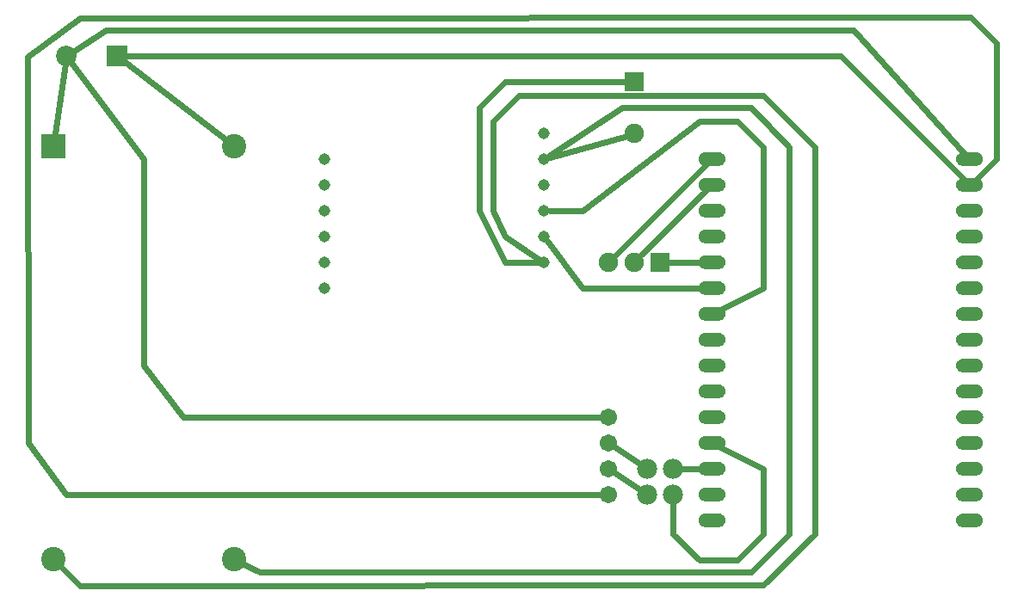
<source format=gbl>
G04 MADE WITH FRITZING*
G04 WWW.FRITZING.ORG*
G04 SINGLE SIDED*
G04 HOLES NOT PLATED*
G04 CONTOUR ON CENTER OF CONTOUR VECTOR*
%ASAXBY*%
%FSLAX23Y23*%
%MOIN*%
%OFA0B0*%
%SFA1.0B1.0*%
%ADD10C,0.075000*%
%ADD11C,0.052000*%
%ADD12C,0.067195*%
%ADD13C,0.094488*%
%ADD14C,0.079370*%
%ADD15C,0.078000*%
%ADD16C,0.045000*%
%ADD17R,0.075000X0.075000*%
%ADD18R,0.079370X0.079370*%
%ADD19C,0.024000*%
%ADD20R,0.001000X0.001000*%
%LNCOPPER0*%
G90*
G70*
G54D10*
X2441Y2105D03*
X2441Y1905D03*
G54D11*
X2741Y1805D03*
X2741Y1705D03*
X2741Y1605D03*
X2741Y1505D03*
X2741Y1405D03*
X2741Y1305D03*
X2741Y1205D03*
X2741Y1105D03*
X2741Y1005D03*
X2741Y905D03*
X2741Y805D03*
X2741Y705D03*
X2741Y605D03*
X2741Y505D03*
X2741Y405D03*
X3741Y405D03*
X3741Y505D03*
X3741Y605D03*
X3741Y705D03*
X3741Y805D03*
X3741Y905D03*
X3741Y1005D03*
X3741Y1105D03*
X3741Y1205D03*
X3741Y1305D03*
X3741Y1405D03*
X3741Y1505D03*
X3741Y1605D03*
X3741Y1705D03*
X3741Y1805D03*
G54D12*
X2341Y805D03*
X2341Y705D03*
X2341Y605D03*
X2341Y505D03*
G54D13*
X191Y1855D03*
X891Y1855D03*
X891Y255D03*
X191Y255D03*
X191Y1855D03*
X891Y1855D03*
X891Y255D03*
X191Y255D03*
G54D14*
X438Y2205D03*
X241Y2205D03*
G54D15*
X2491Y505D03*
X2591Y505D03*
X2491Y505D03*
X2591Y505D03*
X2491Y605D03*
X2591Y605D03*
X2491Y605D03*
X2591Y605D03*
G54D10*
X2539Y1405D03*
X2439Y1405D03*
X2339Y1405D03*
G54D16*
X1240Y1806D03*
X1239Y1706D03*
X1239Y1606D03*
X1239Y1504D03*
X1239Y1404D03*
X1239Y1304D03*
X2091Y1907D03*
X2091Y1806D03*
X2091Y1707D03*
X2090Y1606D03*
X2090Y1505D03*
X2091Y1405D03*
G54D17*
X2441Y2105D03*
G54D18*
X438Y2205D03*
G54D17*
X2539Y1405D03*
G54D19*
X870Y1871D02*
X462Y2186D01*
D02*
X195Y1881D02*
X237Y2174D01*
D02*
X2466Y621D02*
X2367Y688D01*
D02*
X2466Y521D02*
X2367Y588D01*
D02*
X2711Y605D02*
X2621Y605D01*
D02*
X2841Y253D02*
X2693Y253D01*
D02*
X2941Y353D02*
X2841Y253D01*
D02*
X2941Y605D02*
X2941Y353D01*
D02*
X2768Y691D02*
X2941Y605D01*
D02*
X2693Y253D02*
X2589Y353D01*
D02*
X2589Y353D02*
X2591Y475D01*
D02*
X2720Y1684D02*
X2455Y1421D01*
D02*
X2720Y1784D02*
X2354Y1420D01*
D02*
X2711Y1405D02*
X2557Y1405D01*
D02*
X2112Y1812D02*
X2414Y1897D01*
D02*
X1941Y1405D02*
X1841Y1605D01*
D02*
X1841Y1605D02*
X1841Y2005D01*
D02*
X1841Y2005D02*
X1941Y2105D01*
D02*
X1941Y2105D02*
X2413Y2105D01*
D02*
X2070Y1405D02*
X1941Y1405D01*
D02*
X2241Y1305D02*
X2711Y1305D01*
D02*
X2103Y1488D02*
X2241Y1305D01*
D02*
X2112Y1605D02*
X2241Y1605D01*
D02*
X2241Y1605D02*
X2693Y1953D01*
D02*
X2841Y1953D02*
X2941Y1853D01*
D02*
X2941Y1853D02*
X2941Y1305D01*
D02*
X2693Y1953D02*
X2841Y1953D01*
D02*
X2941Y1305D02*
X2768Y1218D01*
D02*
X393Y2305D02*
X3289Y2305D01*
D02*
X267Y2222D02*
X393Y2305D01*
D02*
X3289Y2305D02*
X3721Y1827D01*
D02*
X3241Y2205D02*
X3720Y1726D01*
D02*
X469Y2205D02*
X3241Y2205D01*
D02*
X541Y1805D02*
X541Y1005D01*
D02*
X693Y805D02*
X2310Y805D01*
D02*
X541Y1005D02*
X693Y805D01*
D02*
X260Y2180D02*
X541Y1805D01*
D02*
X93Y705D02*
X241Y505D01*
D02*
X241Y505D02*
X2310Y505D01*
D02*
X3843Y2254D02*
X3742Y2354D01*
D02*
X293Y2353D02*
X90Y2203D01*
D02*
X3763Y1726D02*
X3843Y1805D01*
D02*
X90Y2203D02*
X93Y705D01*
D02*
X3843Y1805D02*
X3843Y2254D01*
D02*
X3742Y2354D02*
X293Y2353D01*
D02*
X3141Y353D02*
X2941Y157D01*
D02*
X293Y153D02*
X210Y236D01*
D02*
X1941Y1505D02*
X1893Y1605D01*
D02*
X3141Y1853D02*
X3141Y353D01*
D02*
X2941Y157D02*
X293Y153D01*
D02*
X2073Y1417D02*
X1941Y1505D01*
D02*
X1893Y1605D02*
X1893Y1953D01*
D02*
X2941Y2053D02*
X3141Y1853D01*
D02*
X1893Y1953D02*
X1993Y2053D01*
D02*
X1993Y2053D02*
X2941Y2053D01*
D02*
X3041Y353D02*
X3041Y1853D01*
D02*
X2893Y205D02*
X3041Y353D01*
D02*
X3041Y1853D02*
X2893Y2005D01*
D02*
X2893Y2005D02*
X2393Y2005D01*
D02*
X2393Y2005D02*
X2109Y1818D01*
D02*
X915Y243D02*
X990Y205D01*
D02*
X990Y205D02*
X2893Y205D01*
G54D20*
X144Y1902D02*
X237Y1902D01*
X144Y1901D02*
X237Y1901D01*
X144Y1900D02*
X237Y1900D01*
X144Y1899D02*
X237Y1899D01*
X144Y1898D02*
X237Y1898D01*
X144Y1897D02*
X237Y1897D01*
X144Y1896D02*
X237Y1896D01*
X144Y1895D02*
X237Y1895D01*
X144Y1894D02*
X237Y1894D01*
X144Y1893D02*
X237Y1893D01*
X144Y1892D02*
X237Y1892D01*
X144Y1891D02*
X237Y1891D01*
X144Y1890D02*
X237Y1890D01*
X144Y1889D02*
X237Y1889D01*
X144Y1888D02*
X237Y1888D01*
X144Y1887D02*
X237Y1887D01*
X144Y1886D02*
X237Y1886D01*
X144Y1885D02*
X237Y1885D01*
X144Y1884D02*
X237Y1884D01*
X144Y1883D02*
X237Y1883D01*
X144Y1882D02*
X237Y1882D01*
X144Y1881D02*
X237Y1881D01*
X144Y1880D02*
X237Y1880D01*
X144Y1879D02*
X237Y1879D01*
X144Y1878D02*
X237Y1878D01*
X144Y1877D02*
X237Y1877D01*
X144Y1876D02*
X237Y1876D01*
X144Y1875D02*
X237Y1875D01*
X144Y1874D02*
X185Y1874D01*
X197Y1874D02*
X237Y1874D01*
X144Y1873D02*
X182Y1873D01*
X199Y1873D02*
X237Y1873D01*
X144Y1872D02*
X180Y1872D01*
X201Y1872D02*
X237Y1872D01*
X144Y1871D02*
X178Y1871D01*
X203Y1871D02*
X237Y1871D01*
X144Y1870D02*
X177Y1870D01*
X204Y1870D02*
X237Y1870D01*
X144Y1869D02*
X176Y1869D01*
X205Y1869D02*
X237Y1869D01*
X144Y1868D02*
X175Y1868D01*
X206Y1868D02*
X237Y1868D01*
X144Y1867D02*
X174Y1867D01*
X207Y1867D02*
X237Y1867D01*
X144Y1866D02*
X174Y1866D01*
X208Y1866D02*
X237Y1866D01*
X144Y1865D02*
X173Y1865D01*
X208Y1865D02*
X237Y1865D01*
X144Y1864D02*
X173Y1864D01*
X209Y1864D02*
X237Y1864D01*
X144Y1863D02*
X172Y1863D01*
X209Y1863D02*
X237Y1863D01*
X144Y1862D02*
X172Y1862D01*
X210Y1862D02*
X237Y1862D01*
X144Y1861D02*
X171Y1861D01*
X210Y1861D02*
X237Y1861D01*
X144Y1860D02*
X171Y1860D01*
X210Y1860D02*
X237Y1860D01*
X144Y1859D02*
X171Y1859D01*
X210Y1859D02*
X237Y1859D01*
X144Y1858D02*
X171Y1858D01*
X211Y1858D02*
X237Y1858D01*
X144Y1857D02*
X171Y1857D01*
X211Y1857D02*
X237Y1857D01*
X144Y1856D02*
X171Y1856D01*
X211Y1856D02*
X237Y1856D01*
X144Y1855D02*
X171Y1855D01*
X211Y1855D02*
X237Y1855D01*
X144Y1854D02*
X171Y1854D01*
X211Y1854D02*
X237Y1854D01*
X144Y1853D02*
X171Y1853D01*
X211Y1853D02*
X237Y1853D01*
X144Y1852D02*
X171Y1852D01*
X211Y1852D02*
X237Y1852D01*
X144Y1851D02*
X171Y1851D01*
X210Y1851D02*
X237Y1851D01*
X144Y1850D02*
X171Y1850D01*
X210Y1850D02*
X237Y1850D01*
X144Y1849D02*
X172Y1849D01*
X210Y1849D02*
X237Y1849D01*
X144Y1848D02*
X172Y1848D01*
X209Y1848D02*
X237Y1848D01*
X144Y1847D02*
X172Y1847D01*
X209Y1847D02*
X237Y1847D01*
X144Y1846D02*
X173Y1846D01*
X208Y1846D02*
X237Y1846D01*
X144Y1845D02*
X173Y1845D01*
X208Y1845D02*
X237Y1845D01*
X144Y1844D02*
X174Y1844D01*
X207Y1844D02*
X237Y1844D01*
X144Y1843D02*
X175Y1843D01*
X206Y1843D02*
X237Y1843D01*
X144Y1842D02*
X176Y1842D01*
X206Y1842D02*
X237Y1842D01*
X144Y1841D02*
X177Y1841D01*
X205Y1841D02*
X237Y1841D01*
X144Y1840D02*
X178Y1840D01*
X203Y1840D02*
X237Y1840D01*
X144Y1839D02*
X179Y1839D01*
X202Y1839D02*
X237Y1839D01*
X144Y1838D02*
X181Y1838D01*
X200Y1838D02*
X237Y1838D01*
X144Y1837D02*
X183Y1837D01*
X198Y1837D02*
X237Y1837D01*
X144Y1836D02*
X186Y1836D01*
X195Y1836D02*
X237Y1836D01*
X144Y1835D02*
X237Y1835D01*
X144Y1834D02*
X237Y1834D01*
X144Y1833D02*
X237Y1833D01*
X144Y1832D02*
X237Y1832D01*
X144Y1831D02*
X237Y1831D01*
X2713Y1831D02*
X2771Y1831D01*
X3710Y1831D02*
X3768Y1831D01*
X144Y1830D02*
X237Y1830D01*
X2708Y1830D02*
X2775Y1830D01*
X3706Y1830D02*
X3773Y1830D01*
X144Y1829D02*
X237Y1829D01*
X2706Y1829D02*
X2778Y1829D01*
X3703Y1829D02*
X3775Y1829D01*
X144Y1828D02*
X237Y1828D01*
X2704Y1828D02*
X2780Y1828D01*
X3701Y1828D02*
X3777Y1828D01*
X144Y1827D02*
X237Y1827D01*
X2702Y1827D02*
X2781Y1827D01*
X3700Y1827D02*
X3779Y1827D01*
X144Y1826D02*
X237Y1826D01*
X2701Y1826D02*
X2783Y1826D01*
X3698Y1826D02*
X3780Y1826D01*
X144Y1825D02*
X237Y1825D01*
X2700Y1825D02*
X2784Y1825D01*
X3697Y1825D02*
X3781Y1825D01*
X144Y1824D02*
X237Y1824D01*
X2698Y1824D02*
X2785Y1824D01*
X3696Y1824D02*
X3783Y1824D01*
X144Y1823D02*
X237Y1823D01*
X2697Y1823D02*
X2786Y1823D01*
X3695Y1823D02*
X3784Y1823D01*
X144Y1822D02*
X237Y1822D01*
X2697Y1822D02*
X2787Y1822D01*
X3694Y1822D02*
X3784Y1822D01*
X144Y1821D02*
X237Y1821D01*
X2696Y1821D02*
X2739Y1821D01*
X2746Y1821D02*
X2788Y1821D01*
X3693Y1821D02*
X3736Y1821D01*
X3743Y1821D02*
X3785Y1821D01*
X144Y1820D02*
X237Y1820D01*
X2695Y1820D02*
X2736Y1820D01*
X2749Y1820D02*
X2789Y1820D01*
X3692Y1820D02*
X3732Y1820D01*
X3746Y1820D02*
X3786Y1820D01*
X144Y1819D02*
X237Y1819D01*
X2694Y1819D02*
X2734Y1819D01*
X2751Y1819D02*
X2789Y1819D01*
X3692Y1819D02*
X3731Y1819D01*
X3748Y1819D02*
X3787Y1819D01*
X144Y1818D02*
X237Y1818D01*
X2694Y1818D02*
X2732Y1818D01*
X2753Y1818D02*
X2790Y1818D01*
X3691Y1818D02*
X3729Y1818D01*
X3749Y1818D02*
X3787Y1818D01*
X144Y1817D02*
X237Y1817D01*
X2693Y1817D02*
X2731Y1817D01*
X2754Y1817D02*
X2790Y1817D01*
X3691Y1817D02*
X3728Y1817D01*
X3751Y1817D02*
X3788Y1817D01*
X144Y1816D02*
X237Y1816D01*
X2693Y1816D02*
X2730Y1816D01*
X2755Y1816D02*
X2791Y1816D01*
X3690Y1816D02*
X3727Y1816D01*
X3752Y1816D02*
X3788Y1816D01*
X144Y1815D02*
X237Y1815D01*
X2692Y1815D02*
X2729Y1815D01*
X2756Y1815D02*
X2791Y1815D01*
X3690Y1815D02*
X3726Y1815D01*
X3752Y1815D02*
X3789Y1815D01*
X144Y1814D02*
X237Y1814D01*
X2692Y1814D02*
X2729Y1814D01*
X2756Y1814D02*
X2792Y1814D01*
X3689Y1814D02*
X3725Y1814D01*
X3753Y1814D02*
X3789Y1814D01*
X144Y1813D02*
X237Y1813D01*
X2691Y1813D02*
X2728Y1813D01*
X2757Y1813D02*
X2792Y1813D01*
X3689Y1813D02*
X3725Y1813D01*
X3754Y1813D02*
X3790Y1813D01*
X144Y1812D02*
X237Y1812D01*
X2691Y1812D02*
X2728Y1812D01*
X2757Y1812D02*
X2792Y1812D01*
X3689Y1812D02*
X3724Y1812D01*
X3754Y1812D02*
X3790Y1812D01*
X144Y1811D02*
X237Y1811D01*
X2691Y1811D02*
X2727Y1811D01*
X2758Y1811D02*
X2793Y1811D01*
X3688Y1811D02*
X3724Y1811D01*
X3755Y1811D02*
X3790Y1811D01*
X144Y1810D02*
X237Y1810D01*
X2691Y1810D02*
X2727Y1810D01*
X2758Y1810D02*
X2793Y1810D01*
X3688Y1810D02*
X3723Y1810D01*
X3755Y1810D02*
X3790Y1810D01*
X144Y1809D02*
X237Y1809D01*
X2691Y1809D02*
X2726Y1809D01*
X2759Y1809D02*
X2793Y1809D01*
X3688Y1809D02*
X3723Y1809D01*
X3755Y1809D02*
X3790Y1809D01*
X144Y1808D02*
X237Y1808D01*
X2690Y1808D02*
X2726Y1808D01*
X2759Y1808D02*
X2793Y1808D01*
X3688Y1808D02*
X3723Y1808D01*
X3755Y1808D02*
X3791Y1808D01*
X2690Y1807D02*
X2726Y1807D01*
X2759Y1807D02*
X2793Y1807D01*
X3688Y1807D02*
X3723Y1807D01*
X3756Y1807D02*
X3791Y1807D01*
X2690Y1806D02*
X2726Y1806D01*
X2759Y1806D02*
X2793Y1806D01*
X3688Y1806D02*
X3723Y1806D01*
X3756Y1806D02*
X3791Y1806D01*
X2690Y1805D02*
X2726Y1805D01*
X2759Y1805D02*
X2793Y1805D01*
X3688Y1805D02*
X3723Y1805D01*
X3756Y1805D02*
X3791Y1805D01*
X2690Y1804D02*
X2726Y1804D01*
X2759Y1804D02*
X2793Y1804D01*
X3688Y1804D02*
X3723Y1804D01*
X3756Y1804D02*
X3791Y1804D01*
X2690Y1803D02*
X2726Y1803D01*
X2759Y1803D02*
X2793Y1803D01*
X3688Y1803D02*
X3723Y1803D01*
X3755Y1803D02*
X3791Y1803D01*
X2691Y1802D02*
X2726Y1802D01*
X2759Y1802D02*
X2793Y1802D01*
X3688Y1802D02*
X3723Y1802D01*
X3755Y1802D02*
X3790Y1802D01*
X2691Y1801D02*
X2727Y1801D01*
X2758Y1801D02*
X2793Y1801D01*
X3688Y1801D02*
X3723Y1801D01*
X3755Y1801D02*
X3790Y1801D01*
X2691Y1800D02*
X2727Y1800D01*
X2758Y1800D02*
X2793Y1800D01*
X3688Y1800D02*
X3724Y1800D01*
X3755Y1800D02*
X3790Y1800D01*
X2691Y1799D02*
X2727Y1799D01*
X2758Y1799D02*
X2792Y1799D01*
X3689Y1799D02*
X3724Y1799D01*
X3754Y1799D02*
X3790Y1799D01*
X2691Y1798D02*
X2728Y1798D01*
X2757Y1798D02*
X2792Y1798D01*
X3689Y1798D02*
X3725Y1798D01*
X3754Y1798D02*
X3790Y1798D01*
X2692Y1797D02*
X2728Y1797D01*
X2757Y1797D02*
X2792Y1797D01*
X3689Y1797D02*
X3725Y1797D01*
X3753Y1797D02*
X3789Y1797D01*
X2692Y1796D02*
X2729Y1796D01*
X2756Y1796D02*
X2792Y1796D01*
X3689Y1796D02*
X3726Y1796D01*
X3753Y1796D02*
X3789Y1796D01*
X2692Y1795D02*
X2730Y1795D01*
X2755Y1795D02*
X2791Y1795D01*
X3690Y1795D02*
X3727Y1795D01*
X3752Y1795D02*
X3789Y1795D01*
X2693Y1794D02*
X2731Y1794D01*
X2754Y1794D02*
X2791Y1794D01*
X3690Y1794D02*
X3727Y1794D01*
X3751Y1794D02*
X3788Y1794D01*
X2693Y1793D02*
X2732Y1793D01*
X2753Y1793D02*
X2790Y1793D01*
X3691Y1793D02*
X3729Y1793D01*
X3750Y1793D02*
X3788Y1793D01*
X2694Y1792D02*
X2733Y1792D01*
X2752Y1792D02*
X2789Y1792D01*
X3691Y1792D02*
X3730Y1792D01*
X3749Y1792D02*
X3787Y1792D01*
X2695Y1791D02*
X2735Y1791D01*
X2750Y1791D02*
X2789Y1791D01*
X3692Y1791D02*
X3732Y1791D01*
X3747Y1791D02*
X3786Y1791D01*
X2695Y1790D02*
X2738Y1790D01*
X2747Y1790D02*
X2788Y1790D01*
X3693Y1790D02*
X3734Y1790D01*
X3744Y1790D02*
X3786Y1790D01*
X2696Y1789D02*
X2787Y1789D01*
X3694Y1789D02*
X3785Y1789D01*
X2697Y1788D02*
X2787Y1788D01*
X3694Y1788D02*
X3784Y1788D01*
X2698Y1787D02*
X2786Y1787D01*
X3695Y1787D02*
X3783Y1787D01*
X2699Y1786D02*
X2785Y1786D01*
X3696Y1786D02*
X3782Y1786D01*
X2700Y1785D02*
X2783Y1785D01*
X3698Y1785D02*
X3781Y1785D01*
X2701Y1784D02*
X2782Y1784D01*
X3699Y1784D02*
X3780Y1784D01*
X2703Y1783D02*
X2780Y1783D01*
X3701Y1783D02*
X3778Y1783D01*
X2705Y1782D02*
X2779Y1782D01*
X3702Y1782D02*
X3776Y1782D01*
X2707Y1781D02*
X2777Y1781D01*
X3704Y1781D02*
X3774Y1781D01*
X2710Y1780D02*
X2773Y1780D01*
X3708Y1780D02*
X3771Y1780D01*
X2713Y1731D02*
X2771Y1731D01*
X3710Y1731D02*
X3768Y1731D01*
X2708Y1730D02*
X2775Y1730D01*
X3706Y1730D02*
X3773Y1730D01*
X2706Y1729D02*
X2778Y1729D01*
X3703Y1729D02*
X3775Y1729D01*
X2704Y1728D02*
X2779Y1728D01*
X3701Y1728D02*
X3777Y1728D01*
X2702Y1727D02*
X2781Y1727D01*
X3700Y1727D02*
X3779Y1727D01*
X2701Y1726D02*
X2783Y1726D01*
X3698Y1726D02*
X3780Y1726D01*
X2699Y1725D02*
X2784Y1725D01*
X3697Y1725D02*
X3781Y1725D01*
X2698Y1724D02*
X2785Y1724D01*
X3696Y1724D02*
X3783Y1724D01*
X2697Y1723D02*
X2786Y1723D01*
X3695Y1723D02*
X3784Y1723D01*
X2696Y1722D02*
X2787Y1722D01*
X3694Y1722D02*
X3784Y1722D01*
X2696Y1721D02*
X2739Y1721D01*
X2746Y1721D02*
X2788Y1721D01*
X3693Y1721D02*
X3736Y1721D01*
X3743Y1721D02*
X3785Y1721D01*
X2695Y1720D02*
X2735Y1720D01*
X2749Y1720D02*
X2789Y1720D01*
X3692Y1720D02*
X3732Y1720D01*
X3746Y1720D02*
X3786Y1720D01*
X2694Y1719D02*
X2734Y1719D01*
X2751Y1719D02*
X2789Y1719D01*
X3692Y1719D02*
X3730Y1719D01*
X3748Y1719D02*
X3787Y1719D01*
X2694Y1718D02*
X2732Y1718D01*
X2753Y1718D02*
X2790Y1718D01*
X3691Y1718D02*
X3729Y1718D01*
X3750Y1718D02*
X3787Y1718D01*
X2693Y1717D02*
X2731Y1717D01*
X2754Y1717D02*
X2790Y1717D01*
X3691Y1717D02*
X3728Y1717D01*
X3751Y1717D02*
X3788Y1717D01*
X2693Y1716D02*
X2730Y1716D01*
X2755Y1716D02*
X2791Y1716D01*
X3690Y1716D02*
X3727Y1716D01*
X3752Y1716D02*
X3788Y1716D01*
X2692Y1715D02*
X2729Y1715D01*
X2756Y1715D02*
X2791Y1715D01*
X3690Y1715D02*
X3726Y1715D01*
X3753Y1715D02*
X3789Y1715D01*
X2692Y1714D02*
X2728Y1714D01*
X2757Y1714D02*
X2792Y1714D01*
X3689Y1714D02*
X3725Y1714D01*
X3753Y1714D02*
X3789Y1714D01*
X2691Y1713D02*
X2728Y1713D01*
X2757Y1713D02*
X2792Y1713D01*
X3689Y1713D02*
X3725Y1713D01*
X3754Y1713D02*
X3790Y1713D01*
X2691Y1712D02*
X2727Y1712D01*
X2758Y1712D02*
X2792Y1712D01*
X3689Y1712D02*
X3724Y1712D01*
X3754Y1712D02*
X3790Y1712D01*
X2691Y1711D02*
X2727Y1711D01*
X2758Y1711D02*
X2792Y1711D01*
X3688Y1711D02*
X3724Y1711D01*
X3755Y1711D02*
X3790Y1711D01*
X2691Y1710D02*
X2726Y1710D01*
X2758Y1710D02*
X2793Y1710D01*
X3688Y1710D02*
X3723Y1710D01*
X3755Y1710D02*
X3790Y1710D01*
X2691Y1709D02*
X2726Y1709D01*
X2759Y1709D02*
X2793Y1709D01*
X3688Y1709D02*
X3723Y1709D01*
X3755Y1709D02*
X3790Y1709D01*
X2690Y1708D02*
X2726Y1708D01*
X2759Y1708D02*
X2793Y1708D01*
X3688Y1708D02*
X3723Y1708D01*
X3756Y1708D02*
X3791Y1708D01*
X2690Y1707D02*
X2726Y1707D01*
X2759Y1707D02*
X2793Y1707D01*
X3688Y1707D02*
X3723Y1707D01*
X3756Y1707D02*
X3791Y1707D01*
X2690Y1706D02*
X2726Y1706D01*
X2759Y1706D02*
X2793Y1706D01*
X3688Y1706D02*
X3723Y1706D01*
X3756Y1706D02*
X3791Y1706D01*
X2690Y1705D02*
X2726Y1705D01*
X2759Y1705D02*
X2793Y1705D01*
X3688Y1705D02*
X3723Y1705D01*
X3756Y1705D02*
X3791Y1705D01*
X2690Y1704D02*
X2726Y1704D01*
X2759Y1704D02*
X2793Y1704D01*
X3688Y1704D02*
X3723Y1704D01*
X3756Y1704D02*
X3791Y1704D01*
X2690Y1703D02*
X2726Y1703D01*
X2759Y1703D02*
X2793Y1703D01*
X3688Y1703D02*
X3723Y1703D01*
X3756Y1703D02*
X3791Y1703D01*
X2690Y1702D02*
X2726Y1702D01*
X2759Y1702D02*
X2793Y1702D01*
X3688Y1702D02*
X3723Y1702D01*
X3756Y1702D02*
X3790Y1702D01*
X2691Y1701D02*
X2726Y1701D01*
X2759Y1701D02*
X2793Y1701D01*
X3688Y1701D02*
X3723Y1701D01*
X3755Y1701D02*
X3790Y1701D01*
X2691Y1700D02*
X2727Y1700D01*
X2758Y1700D02*
X2793Y1700D01*
X3688Y1700D02*
X3723Y1700D01*
X3755Y1700D02*
X3790Y1700D01*
X2691Y1699D02*
X2727Y1699D01*
X2758Y1699D02*
X2792Y1699D01*
X3689Y1699D02*
X3724Y1699D01*
X3755Y1699D02*
X3790Y1699D01*
X2691Y1698D02*
X2728Y1698D01*
X2757Y1698D02*
X2792Y1698D01*
X3689Y1698D02*
X3724Y1698D01*
X3754Y1698D02*
X3790Y1698D01*
X2692Y1697D02*
X2728Y1697D01*
X2757Y1697D02*
X2792Y1697D01*
X3689Y1697D02*
X3725Y1697D01*
X3754Y1697D02*
X3789Y1697D01*
X2692Y1696D02*
X2729Y1696D01*
X2756Y1696D02*
X2791Y1696D01*
X3689Y1696D02*
X3726Y1696D01*
X3753Y1696D02*
X3789Y1696D01*
X2692Y1695D02*
X2730Y1695D01*
X2755Y1695D02*
X2791Y1695D01*
X3690Y1695D02*
X3726Y1695D01*
X3752Y1695D02*
X3789Y1695D01*
X2693Y1694D02*
X2730Y1694D01*
X2754Y1694D02*
X2790Y1694D01*
X3690Y1694D02*
X3727Y1694D01*
X3751Y1694D02*
X3788Y1694D01*
X2693Y1693D02*
X2732Y1693D01*
X2753Y1693D02*
X2790Y1693D01*
X3691Y1693D02*
X3728Y1693D01*
X3750Y1693D02*
X3787Y1693D01*
X2694Y1692D02*
X2733Y1692D01*
X2752Y1692D02*
X2789Y1692D01*
X3691Y1692D02*
X3730Y1692D01*
X3749Y1692D02*
X3787Y1692D01*
X2694Y1691D02*
X2735Y1691D01*
X2750Y1691D02*
X2789Y1691D01*
X3692Y1691D02*
X3731Y1691D01*
X3747Y1691D02*
X3786Y1691D01*
X2695Y1690D02*
X2737Y1690D01*
X2748Y1690D02*
X2788Y1690D01*
X3693Y1690D02*
X3734Y1690D01*
X3744Y1690D02*
X3786Y1690D01*
X2696Y1689D02*
X2787Y1689D01*
X3694Y1689D02*
X3785Y1689D01*
X2697Y1688D02*
X2786Y1688D01*
X3694Y1688D02*
X3784Y1688D01*
X2698Y1687D02*
X2786Y1687D01*
X3695Y1687D02*
X3783Y1687D01*
X2699Y1686D02*
X2784Y1686D01*
X3696Y1686D02*
X3782Y1686D01*
X2700Y1685D02*
X2783Y1685D01*
X3698Y1685D02*
X3781Y1685D01*
X2701Y1684D02*
X2782Y1684D01*
X3699Y1684D02*
X3780Y1684D01*
X2703Y1683D02*
X2780Y1683D01*
X3701Y1683D02*
X3778Y1683D01*
X2705Y1682D02*
X2779Y1682D01*
X3702Y1682D02*
X3776Y1682D01*
X2707Y1681D02*
X2776Y1681D01*
X3704Y1681D02*
X3774Y1681D01*
X2710Y1680D02*
X2773Y1680D01*
X3708Y1680D02*
X3771Y1680D01*
X2713Y1631D02*
X2771Y1631D01*
X3710Y1631D02*
X3768Y1631D01*
X2708Y1630D02*
X2775Y1630D01*
X3706Y1630D02*
X3773Y1630D01*
X2706Y1629D02*
X2778Y1629D01*
X3703Y1629D02*
X3775Y1629D01*
X2704Y1628D02*
X2779Y1628D01*
X3701Y1628D02*
X3777Y1628D01*
X2702Y1627D02*
X2781Y1627D01*
X3700Y1627D02*
X3779Y1627D01*
X2701Y1626D02*
X2783Y1626D01*
X3698Y1626D02*
X3780Y1626D01*
X2699Y1625D02*
X2784Y1625D01*
X3697Y1625D02*
X3781Y1625D01*
X2698Y1624D02*
X2785Y1624D01*
X3696Y1624D02*
X3783Y1624D01*
X2697Y1623D02*
X2786Y1623D01*
X3695Y1623D02*
X3784Y1623D01*
X2696Y1622D02*
X2787Y1622D01*
X3694Y1622D02*
X3784Y1622D01*
X2696Y1621D02*
X2739Y1621D01*
X2746Y1621D02*
X2788Y1621D01*
X3693Y1621D02*
X3736Y1621D01*
X3743Y1621D02*
X3785Y1621D01*
X2695Y1620D02*
X2735Y1620D01*
X2749Y1620D02*
X2789Y1620D01*
X3692Y1620D02*
X3732Y1620D01*
X3746Y1620D02*
X3786Y1620D01*
X2694Y1619D02*
X2733Y1619D01*
X2751Y1619D02*
X2789Y1619D01*
X3692Y1619D02*
X3730Y1619D01*
X3748Y1619D02*
X3787Y1619D01*
X2694Y1618D02*
X2732Y1618D01*
X2753Y1618D02*
X2790Y1618D01*
X3691Y1618D02*
X3729Y1618D01*
X3750Y1618D02*
X3787Y1618D01*
X2693Y1617D02*
X2731Y1617D01*
X2754Y1617D02*
X2790Y1617D01*
X3691Y1617D02*
X3728Y1617D01*
X3751Y1617D02*
X3788Y1617D01*
X2693Y1616D02*
X2730Y1616D01*
X2755Y1616D02*
X2791Y1616D01*
X3690Y1616D02*
X3727Y1616D01*
X3752Y1616D02*
X3788Y1616D01*
X2692Y1615D02*
X2729Y1615D01*
X2756Y1615D02*
X2791Y1615D01*
X3690Y1615D02*
X3726Y1615D01*
X3753Y1615D02*
X3789Y1615D01*
X2692Y1614D02*
X2728Y1614D01*
X2756Y1614D02*
X2792Y1614D01*
X3689Y1614D02*
X3725Y1614D01*
X3753Y1614D02*
X3789Y1614D01*
X2691Y1613D02*
X2728Y1613D01*
X2757Y1613D02*
X2792Y1613D01*
X3689Y1613D02*
X3725Y1613D01*
X3754Y1613D02*
X3790Y1613D01*
X2691Y1612D02*
X2727Y1612D01*
X2758Y1612D02*
X2792Y1612D01*
X3689Y1612D02*
X3724Y1612D01*
X3754Y1612D02*
X3790Y1612D01*
X2691Y1611D02*
X2727Y1611D01*
X2758Y1611D02*
X2792Y1611D01*
X3688Y1611D02*
X3724Y1611D01*
X3755Y1611D02*
X3790Y1611D01*
X2691Y1610D02*
X2726Y1610D01*
X2758Y1610D02*
X2793Y1610D01*
X3688Y1610D02*
X3723Y1610D01*
X3755Y1610D02*
X3790Y1610D01*
X2690Y1609D02*
X2726Y1609D01*
X2759Y1609D02*
X2793Y1609D01*
X3688Y1609D02*
X3723Y1609D01*
X3755Y1609D02*
X3790Y1609D01*
X2690Y1608D02*
X2726Y1608D01*
X2759Y1608D02*
X2793Y1608D01*
X3688Y1608D02*
X3723Y1608D01*
X3756Y1608D02*
X3791Y1608D01*
X2690Y1607D02*
X2726Y1607D01*
X2759Y1607D02*
X2793Y1607D01*
X3688Y1607D02*
X3723Y1607D01*
X3756Y1607D02*
X3791Y1607D01*
X2690Y1606D02*
X2726Y1606D01*
X2759Y1606D02*
X2793Y1606D01*
X3688Y1606D02*
X3723Y1606D01*
X3756Y1606D02*
X3791Y1606D01*
X2690Y1605D02*
X2726Y1605D01*
X2759Y1605D02*
X2793Y1605D01*
X3688Y1605D02*
X3723Y1605D01*
X3756Y1605D02*
X3791Y1605D01*
X2690Y1604D02*
X2726Y1604D01*
X2759Y1604D02*
X2793Y1604D01*
X3688Y1604D02*
X3723Y1604D01*
X3756Y1604D02*
X3791Y1604D01*
X2690Y1603D02*
X2726Y1603D01*
X2759Y1603D02*
X2793Y1603D01*
X3688Y1603D02*
X3723Y1603D01*
X3756Y1603D02*
X3791Y1603D01*
X2690Y1602D02*
X2726Y1602D01*
X2759Y1602D02*
X2793Y1602D01*
X3688Y1602D02*
X3723Y1602D01*
X3756Y1602D02*
X3790Y1602D01*
X2691Y1601D02*
X2726Y1601D01*
X2758Y1601D02*
X2793Y1601D01*
X3688Y1601D02*
X3723Y1601D01*
X3755Y1601D02*
X3790Y1601D01*
X2691Y1600D02*
X2727Y1600D01*
X2758Y1600D02*
X2793Y1600D01*
X3688Y1600D02*
X3723Y1600D01*
X3755Y1600D02*
X3790Y1600D01*
X2691Y1599D02*
X2727Y1599D01*
X2758Y1599D02*
X2792Y1599D01*
X3689Y1599D02*
X3724Y1599D01*
X3755Y1599D02*
X3790Y1599D01*
X2691Y1598D02*
X2728Y1598D01*
X2757Y1598D02*
X2792Y1598D01*
X3689Y1598D02*
X3724Y1598D01*
X3754Y1598D02*
X3790Y1598D01*
X2692Y1597D02*
X2728Y1597D01*
X2757Y1597D02*
X2792Y1597D01*
X3689Y1597D02*
X3725Y1597D01*
X3754Y1597D02*
X3789Y1597D01*
X2692Y1596D02*
X2729Y1596D01*
X2756Y1596D02*
X2791Y1596D01*
X3689Y1596D02*
X3726Y1596D01*
X3753Y1596D02*
X3789Y1596D01*
X2692Y1595D02*
X2730Y1595D01*
X2755Y1595D02*
X2791Y1595D01*
X3690Y1595D02*
X3726Y1595D01*
X3752Y1595D02*
X3789Y1595D01*
X2693Y1594D02*
X2730Y1594D01*
X2754Y1594D02*
X2790Y1594D01*
X3690Y1594D02*
X3727Y1594D01*
X3751Y1594D02*
X3788Y1594D01*
X2693Y1593D02*
X2732Y1593D01*
X2753Y1593D02*
X2790Y1593D01*
X3691Y1593D02*
X3728Y1593D01*
X3750Y1593D02*
X3787Y1593D01*
X2694Y1592D02*
X2733Y1592D01*
X2752Y1592D02*
X2789Y1592D01*
X3691Y1592D02*
X3730Y1592D01*
X3749Y1592D02*
X3787Y1592D01*
X2694Y1591D02*
X2735Y1591D01*
X2750Y1591D02*
X2789Y1591D01*
X3692Y1591D02*
X3731Y1591D01*
X3747Y1591D02*
X3786Y1591D01*
X2695Y1590D02*
X2737Y1590D01*
X2748Y1590D02*
X2788Y1590D01*
X3693Y1590D02*
X3734Y1590D01*
X3744Y1590D02*
X3786Y1590D01*
X2696Y1589D02*
X2787Y1589D01*
X3694Y1589D02*
X3785Y1589D01*
X2697Y1588D02*
X2786Y1588D01*
X3694Y1588D02*
X3784Y1588D01*
X2698Y1587D02*
X2786Y1587D01*
X3695Y1587D02*
X3783Y1587D01*
X2699Y1586D02*
X2784Y1586D01*
X3696Y1586D02*
X3782Y1586D01*
X2700Y1585D02*
X2783Y1585D01*
X3698Y1585D02*
X3781Y1585D01*
X2701Y1584D02*
X2782Y1584D01*
X3699Y1584D02*
X3780Y1584D01*
X2703Y1583D02*
X2780Y1583D01*
X3701Y1583D02*
X3778Y1583D01*
X2705Y1582D02*
X2779Y1582D01*
X3702Y1582D02*
X3776Y1582D01*
X2707Y1581D02*
X2776Y1581D01*
X3704Y1581D02*
X3774Y1581D01*
X2710Y1580D02*
X2773Y1580D01*
X3708Y1580D02*
X3771Y1580D01*
X2713Y1531D02*
X2771Y1531D01*
X3710Y1531D02*
X3768Y1531D01*
X2708Y1530D02*
X2775Y1530D01*
X3706Y1530D02*
X3773Y1530D01*
X2706Y1529D02*
X2778Y1529D01*
X3703Y1529D02*
X3775Y1529D01*
X2704Y1528D02*
X2779Y1528D01*
X3701Y1528D02*
X3777Y1528D01*
X2702Y1527D02*
X2781Y1527D01*
X3700Y1527D02*
X3779Y1527D01*
X2701Y1526D02*
X2783Y1526D01*
X3698Y1526D02*
X3780Y1526D01*
X2699Y1525D02*
X2784Y1525D01*
X3697Y1525D02*
X3781Y1525D01*
X2698Y1524D02*
X2785Y1524D01*
X3696Y1524D02*
X3783Y1524D01*
X2697Y1523D02*
X2786Y1523D01*
X3695Y1523D02*
X3784Y1523D01*
X2696Y1522D02*
X2787Y1522D01*
X3694Y1522D02*
X3784Y1522D01*
X2696Y1521D02*
X2739Y1521D01*
X2746Y1521D02*
X2788Y1521D01*
X3693Y1521D02*
X3736Y1521D01*
X3743Y1521D02*
X3785Y1521D01*
X2695Y1520D02*
X2735Y1520D01*
X2749Y1520D02*
X2789Y1520D01*
X3692Y1520D02*
X3732Y1520D01*
X3746Y1520D02*
X3786Y1520D01*
X2694Y1519D02*
X2734Y1519D01*
X2751Y1519D02*
X2789Y1519D01*
X3692Y1519D02*
X3730Y1519D01*
X3748Y1519D02*
X3787Y1519D01*
X2694Y1518D02*
X2732Y1518D01*
X2753Y1518D02*
X2790Y1518D01*
X3691Y1518D02*
X3729Y1518D01*
X3750Y1518D02*
X3787Y1518D01*
X2693Y1517D02*
X2731Y1517D01*
X2754Y1517D02*
X2790Y1517D01*
X3691Y1517D02*
X3728Y1517D01*
X3751Y1517D02*
X3788Y1517D01*
X2693Y1516D02*
X2730Y1516D01*
X2755Y1516D02*
X2791Y1516D01*
X3690Y1516D02*
X3727Y1516D01*
X3752Y1516D02*
X3788Y1516D01*
X2692Y1515D02*
X2729Y1515D01*
X2756Y1515D02*
X2791Y1515D01*
X3690Y1515D02*
X3726Y1515D01*
X3753Y1515D02*
X3789Y1515D01*
X2692Y1514D02*
X2728Y1514D01*
X2757Y1514D02*
X2792Y1514D01*
X3689Y1514D02*
X3725Y1514D01*
X3753Y1514D02*
X3789Y1514D01*
X2691Y1513D02*
X2728Y1513D01*
X2757Y1513D02*
X2792Y1513D01*
X3689Y1513D02*
X3725Y1513D01*
X3754Y1513D02*
X3790Y1513D01*
X2691Y1512D02*
X2727Y1512D01*
X2758Y1512D02*
X2792Y1512D01*
X3689Y1512D02*
X3724Y1512D01*
X3754Y1512D02*
X3790Y1512D01*
X2691Y1511D02*
X2727Y1511D01*
X2758Y1511D02*
X2792Y1511D01*
X3688Y1511D02*
X3724Y1511D01*
X3755Y1511D02*
X3790Y1511D01*
X2691Y1510D02*
X2726Y1510D01*
X2758Y1510D02*
X2793Y1510D01*
X3688Y1510D02*
X3723Y1510D01*
X3755Y1510D02*
X3790Y1510D01*
X2691Y1509D02*
X2726Y1509D01*
X2759Y1509D02*
X2793Y1509D01*
X3688Y1509D02*
X3723Y1509D01*
X3755Y1509D02*
X3790Y1509D01*
X2690Y1508D02*
X2726Y1508D01*
X2759Y1508D02*
X2793Y1508D01*
X3688Y1508D02*
X3723Y1508D01*
X3756Y1508D02*
X3791Y1508D01*
X2690Y1507D02*
X2726Y1507D01*
X2759Y1507D02*
X2793Y1507D01*
X3688Y1507D02*
X3723Y1507D01*
X3756Y1507D02*
X3791Y1507D01*
X2690Y1506D02*
X2726Y1506D01*
X2759Y1506D02*
X2793Y1506D01*
X3688Y1506D02*
X3723Y1506D01*
X3756Y1506D02*
X3791Y1506D01*
X2690Y1505D02*
X2726Y1505D01*
X2759Y1505D02*
X2793Y1505D01*
X3688Y1505D02*
X3723Y1505D01*
X3756Y1505D02*
X3791Y1505D01*
X2690Y1504D02*
X2726Y1504D01*
X2759Y1504D02*
X2793Y1504D01*
X3688Y1504D02*
X3723Y1504D01*
X3756Y1504D02*
X3791Y1504D01*
X2690Y1503D02*
X2726Y1503D01*
X2759Y1503D02*
X2793Y1503D01*
X3688Y1503D02*
X3723Y1503D01*
X3756Y1503D02*
X3791Y1503D01*
X2690Y1502D02*
X2726Y1502D01*
X2759Y1502D02*
X2793Y1502D01*
X3688Y1502D02*
X3723Y1502D01*
X3756Y1502D02*
X3790Y1502D01*
X2691Y1501D02*
X2726Y1501D01*
X2759Y1501D02*
X2793Y1501D01*
X3688Y1501D02*
X3723Y1501D01*
X3755Y1501D02*
X3790Y1501D01*
X2691Y1500D02*
X2727Y1500D01*
X2758Y1500D02*
X2793Y1500D01*
X3688Y1500D02*
X3723Y1500D01*
X3755Y1500D02*
X3790Y1500D01*
X2691Y1499D02*
X2727Y1499D01*
X2758Y1499D02*
X2792Y1499D01*
X3689Y1499D02*
X3724Y1499D01*
X3755Y1499D02*
X3790Y1499D01*
X2691Y1498D02*
X2728Y1498D01*
X2757Y1498D02*
X2792Y1498D01*
X3689Y1498D02*
X3724Y1498D01*
X3754Y1498D02*
X3790Y1498D01*
X2692Y1497D02*
X2728Y1497D01*
X2757Y1497D02*
X2792Y1497D01*
X3689Y1497D02*
X3725Y1497D01*
X3754Y1497D02*
X3789Y1497D01*
X2692Y1496D02*
X2729Y1496D01*
X2756Y1496D02*
X2791Y1496D01*
X3689Y1496D02*
X3726Y1496D01*
X3753Y1496D02*
X3789Y1496D01*
X2692Y1495D02*
X2730Y1495D01*
X2755Y1495D02*
X2791Y1495D01*
X3690Y1495D02*
X3726Y1495D01*
X3752Y1495D02*
X3789Y1495D01*
X2693Y1494D02*
X2730Y1494D01*
X2754Y1494D02*
X2790Y1494D01*
X3690Y1494D02*
X3727Y1494D01*
X3751Y1494D02*
X3788Y1494D01*
X2693Y1493D02*
X2732Y1493D01*
X2753Y1493D02*
X2790Y1493D01*
X3691Y1493D02*
X3728Y1493D01*
X3750Y1493D02*
X3787Y1493D01*
X2694Y1492D02*
X2733Y1492D01*
X2752Y1492D02*
X2789Y1492D01*
X3691Y1492D02*
X3730Y1492D01*
X3749Y1492D02*
X3787Y1492D01*
X2694Y1491D02*
X2735Y1491D01*
X2750Y1491D02*
X2789Y1491D01*
X3692Y1491D02*
X3731Y1491D01*
X3747Y1491D02*
X3786Y1491D01*
X2695Y1490D02*
X2737Y1490D01*
X2748Y1490D02*
X2788Y1490D01*
X3693Y1490D02*
X3734Y1490D01*
X3744Y1490D02*
X3786Y1490D01*
X2696Y1489D02*
X2787Y1489D01*
X3694Y1489D02*
X3785Y1489D01*
X2697Y1488D02*
X2786Y1488D01*
X3694Y1488D02*
X3784Y1488D01*
X2698Y1487D02*
X2786Y1487D01*
X3695Y1487D02*
X3783Y1487D01*
X2699Y1486D02*
X2784Y1486D01*
X3696Y1486D02*
X3782Y1486D01*
X2700Y1485D02*
X2783Y1485D01*
X3698Y1485D02*
X3781Y1485D01*
X2701Y1484D02*
X2782Y1484D01*
X3699Y1484D02*
X3780Y1484D01*
X2703Y1483D02*
X2780Y1483D01*
X3701Y1483D02*
X3778Y1483D01*
X2705Y1482D02*
X2779Y1482D01*
X3702Y1482D02*
X3776Y1482D01*
X2707Y1481D02*
X2776Y1481D01*
X3704Y1481D02*
X3774Y1481D01*
X2710Y1480D02*
X2773Y1480D01*
X3708Y1480D02*
X3771Y1480D01*
X2713Y1431D02*
X2771Y1431D01*
X3710Y1431D02*
X3768Y1431D01*
X2708Y1430D02*
X2775Y1430D01*
X3706Y1430D02*
X3773Y1430D01*
X2706Y1429D02*
X2778Y1429D01*
X3703Y1429D02*
X3775Y1429D01*
X2704Y1428D02*
X2779Y1428D01*
X3701Y1428D02*
X3777Y1428D01*
X2702Y1427D02*
X2781Y1427D01*
X3700Y1427D02*
X3779Y1427D01*
X2701Y1426D02*
X2783Y1426D01*
X3698Y1426D02*
X3780Y1426D01*
X2699Y1425D02*
X2784Y1425D01*
X3697Y1425D02*
X3781Y1425D01*
X2698Y1424D02*
X2785Y1424D01*
X3696Y1424D02*
X3783Y1424D01*
X2697Y1423D02*
X2786Y1423D01*
X3695Y1423D02*
X3784Y1423D01*
X2696Y1422D02*
X2787Y1422D01*
X3694Y1422D02*
X3784Y1422D01*
X2696Y1421D02*
X2739Y1421D01*
X2746Y1421D02*
X2788Y1421D01*
X3693Y1421D02*
X3736Y1421D01*
X3743Y1421D02*
X3785Y1421D01*
X2695Y1420D02*
X2736Y1420D01*
X2749Y1420D02*
X2789Y1420D01*
X3692Y1420D02*
X3732Y1420D01*
X3746Y1420D02*
X3786Y1420D01*
X2694Y1419D02*
X2734Y1419D01*
X2751Y1419D02*
X2789Y1419D01*
X3692Y1419D02*
X3731Y1419D01*
X3748Y1419D02*
X3787Y1419D01*
X2694Y1418D02*
X2732Y1418D01*
X2753Y1418D02*
X2790Y1418D01*
X3691Y1418D02*
X3729Y1418D01*
X3749Y1418D02*
X3787Y1418D01*
X2693Y1417D02*
X2731Y1417D01*
X2754Y1417D02*
X2790Y1417D01*
X3691Y1417D02*
X3728Y1417D01*
X3751Y1417D02*
X3788Y1417D01*
X2693Y1416D02*
X2730Y1416D01*
X2755Y1416D02*
X2791Y1416D01*
X3690Y1416D02*
X3727Y1416D01*
X3752Y1416D02*
X3788Y1416D01*
X2692Y1415D02*
X2729Y1415D01*
X2756Y1415D02*
X2791Y1415D01*
X3690Y1415D02*
X3726Y1415D01*
X3752Y1415D02*
X3789Y1415D01*
X2692Y1414D02*
X2729Y1414D01*
X2756Y1414D02*
X2792Y1414D01*
X3689Y1414D02*
X3725Y1414D01*
X3753Y1414D02*
X3789Y1414D01*
X2691Y1413D02*
X2728Y1413D01*
X2757Y1413D02*
X2792Y1413D01*
X3689Y1413D02*
X3725Y1413D01*
X3754Y1413D02*
X3790Y1413D01*
X2691Y1412D02*
X2727Y1412D01*
X2757Y1412D02*
X2792Y1412D01*
X3689Y1412D02*
X3724Y1412D01*
X3754Y1412D02*
X3790Y1412D01*
X2691Y1411D02*
X2727Y1411D01*
X2758Y1411D02*
X2792Y1411D01*
X3688Y1411D02*
X3724Y1411D01*
X3755Y1411D02*
X3790Y1411D01*
X2691Y1410D02*
X2727Y1410D01*
X2758Y1410D02*
X2793Y1410D01*
X3688Y1410D02*
X3723Y1410D01*
X3755Y1410D02*
X3790Y1410D01*
X2690Y1409D02*
X2726Y1409D01*
X2758Y1409D02*
X2793Y1409D01*
X3688Y1409D02*
X3723Y1409D01*
X3755Y1409D02*
X3790Y1409D01*
X2690Y1408D02*
X2726Y1408D01*
X2759Y1408D02*
X2793Y1408D01*
X3688Y1408D02*
X3723Y1408D01*
X3755Y1408D02*
X3791Y1408D01*
X2690Y1407D02*
X2726Y1407D01*
X2759Y1407D02*
X2793Y1407D01*
X3688Y1407D02*
X3723Y1407D01*
X3756Y1407D02*
X3791Y1407D01*
X2690Y1406D02*
X2726Y1406D01*
X2759Y1406D02*
X2793Y1406D01*
X3688Y1406D02*
X3723Y1406D01*
X3756Y1406D02*
X3791Y1406D01*
X2690Y1405D02*
X2726Y1405D01*
X2759Y1405D02*
X2793Y1405D01*
X3688Y1405D02*
X3723Y1405D01*
X3756Y1405D02*
X3791Y1405D01*
X2690Y1404D02*
X2726Y1404D01*
X2759Y1404D02*
X2793Y1404D01*
X3688Y1404D02*
X3723Y1404D01*
X3756Y1404D02*
X3791Y1404D01*
X2690Y1403D02*
X2726Y1403D01*
X2759Y1403D02*
X2793Y1403D01*
X3688Y1403D02*
X3723Y1403D01*
X3755Y1403D02*
X3791Y1403D01*
X2690Y1402D02*
X2726Y1402D01*
X2759Y1402D02*
X2793Y1402D01*
X3688Y1402D02*
X3723Y1402D01*
X3755Y1402D02*
X3790Y1402D01*
X2691Y1401D02*
X2727Y1401D01*
X2758Y1401D02*
X2793Y1401D01*
X3688Y1401D02*
X3723Y1401D01*
X3755Y1401D02*
X3790Y1401D01*
X2691Y1400D02*
X2727Y1400D01*
X2758Y1400D02*
X2793Y1400D01*
X3688Y1400D02*
X3724Y1400D01*
X3755Y1400D02*
X3790Y1400D01*
X2691Y1399D02*
X2727Y1399D01*
X2758Y1399D02*
X2792Y1399D01*
X3689Y1399D02*
X3724Y1399D01*
X3754Y1399D02*
X3790Y1399D01*
X2691Y1398D02*
X2728Y1398D01*
X2757Y1398D02*
X2792Y1398D01*
X3689Y1398D02*
X3725Y1398D01*
X3754Y1398D02*
X3790Y1398D01*
X2692Y1397D02*
X2728Y1397D01*
X2757Y1397D02*
X2792Y1397D01*
X3689Y1397D02*
X3725Y1397D01*
X3753Y1397D02*
X3789Y1397D01*
X2692Y1396D02*
X2729Y1396D01*
X2756Y1396D02*
X2791Y1396D01*
X3689Y1396D02*
X3726Y1396D01*
X3753Y1396D02*
X3789Y1396D01*
X2692Y1395D02*
X2730Y1395D01*
X2755Y1395D02*
X2791Y1395D01*
X3690Y1395D02*
X3727Y1395D01*
X3752Y1395D02*
X3789Y1395D01*
X2693Y1394D02*
X2731Y1394D01*
X2754Y1394D02*
X2790Y1394D01*
X3690Y1394D02*
X3727Y1394D01*
X3751Y1394D02*
X3788Y1394D01*
X2693Y1393D02*
X2732Y1393D01*
X2753Y1393D02*
X2790Y1393D01*
X3691Y1393D02*
X3729Y1393D01*
X3750Y1393D02*
X3787Y1393D01*
X2694Y1392D02*
X2733Y1392D01*
X2752Y1392D02*
X2789Y1392D01*
X3691Y1392D02*
X3730Y1392D01*
X3749Y1392D02*
X3787Y1392D01*
X2694Y1391D02*
X2735Y1391D01*
X2750Y1391D02*
X2789Y1391D01*
X3692Y1391D02*
X3732Y1391D01*
X3747Y1391D02*
X3786Y1391D01*
X2695Y1390D02*
X2738Y1390D01*
X2747Y1390D02*
X2788Y1390D01*
X3693Y1390D02*
X3734Y1390D01*
X3744Y1390D02*
X3786Y1390D01*
X2696Y1389D02*
X2787Y1389D01*
X3694Y1389D02*
X3785Y1389D01*
X2697Y1388D02*
X2786Y1388D01*
X3694Y1388D02*
X3784Y1388D01*
X2698Y1387D02*
X2786Y1387D01*
X3695Y1387D02*
X3783Y1387D01*
X2699Y1386D02*
X2784Y1386D01*
X3696Y1386D02*
X3782Y1386D01*
X2700Y1385D02*
X2783Y1385D01*
X3698Y1385D02*
X3781Y1385D01*
X2701Y1384D02*
X2782Y1384D01*
X3699Y1384D02*
X3780Y1384D01*
X2703Y1383D02*
X2780Y1383D01*
X3701Y1383D02*
X3778Y1383D01*
X2705Y1382D02*
X2779Y1382D01*
X3702Y1382D02*
X3776Y1382D01*
X2707Y1381D02*
X2776Y1381D01*
X3704Y1381D02*
X3774Y1381D01*
X2710Y1380D02*
X2773Y1380D01*
X3708Y1380D02*
X3771Y1380D01*
X2713Y1331D02*
X2771Y1331D01*
X3710Y1331D02*
X3768Y1331D01*
X2708Y1330D02*
X2775Y1330D01*
X3706Y1330D02*
X3773Y1330D01*
X2706Y1329D02*
X2778Y1329D01*
X3703Y1329D02*
X3775Y1329D01*
X2704Y1328D02*
X2780Y1328D01*
X3701Y1328D02*
X3777Y1328D01*
X2702Y1327D02*
X2781Y1327D01*
X3700Y1327D02*
X3779Y1327D01*
X2701Y1326D02*
X2783Y1326D01*
X3698Y1326D02*
X3780Y1326D01*
X2699Y1325D02*
X2784Y1325D01*
X3697Y1325D02*
X3781Y1325D01*
X2698Y1324D02*
X2785Y1324D01*
X3696Y1324D02*
X3783Y1324D01*
X2697Y1323D02*
X2786Y1323D01*
X3695Y1323D02*
X3784Y1323D01*
X2696Y1322D02*
X2787Y1322D01*
X3694Y1322D02*
X3784Y1322D01*
X2696Y1321D02*
X2739Y1321D01*
X2746Y1321D02*
X2788Y1321D01*
X3693Y1321D02*
X3736Y1321D01*
X3743Y1321D02*
X3785Y1321D01*
X2695Y1320D02*
X2736Y1320D01*
X2749Y1320D02*
X2789Y1320D01*
X3692Y1320D02*
X3732Y1320D01*
X3746Y1320D02*
X3786Y1320D01*
X2694Y1319D02*
X2734Y1319D01*
X2751Y1319D02*
X2789Y1319D01*
X3692Y1319D02*
X3731Y1319D01*
X3748Y1319D02*
X3787Y1319D01*
X2694Y1318D02*
X2732Y1318D01*
X2753Y1318D02*
X2790Y1318D01*
X3691Y1318D02*
X3729Y1318D01*
X3749Y1318D02*
X3787Y1318D01*
X2693Y1317D02*
X2731Y1317D01*
X2754Y1317D02*
X2790Y1317D01*
X3691Y1317D02*
X3728Y1317D01*
X3751Y1317D02*
X3788Y1317D01*
X2693Y1316D02*
X2730Y1316D01*
X2755Y1316D02*
X2791Y1316D01*
X3690Y1316D02*
X3727Y1316D01*
X3752Y1316D02*
X3788Y1316D01*
X2692Y1315D02*
X2729Y1315D01*
X2756Y1315D02*
X2791Y1315D01*
X3690Y1315D02*
X3726Y1315D01*
X3752Y1315D02*
X3789Y1315D01*
X2692Y1314D02*
X2729Y1314D01*
X2756Y1314D02*
X2792Y1314D01*
X3689Y1314D02*
X3725Y1314D01*
X3753Y1314D02*
X3789Y1314D01*
X2691Y1313D02*
X2728Y1313D01*
X2757Y1313D02*
X2792Y1313D01*
X3689Y1313D02*
X3725Y1313D01*
X3754Y1313D02*
X3790Y1313D01*
X2691Y1312D02*
X2727Y1312D01*
X2757Y1312D02*
X2792Y1312D01*
X3689Y1312D02*
X3724Y1312D01*
X3754Y1312D02*
X3790Y1312D01*
X2691Y1311D02*
X2727Y1311D01*
X2758Y1311D02*
X2792Y1311D01*
X3688Y1311D02*
X3724Y1311D01*
X3755Y1311D02*
X3790Y1311D01*
X2691Y1310D02*
X2727Y1310D01*
X2758Y1310D02*
X2793Y1310D01*
X3688Y1310D02*
X3723Y1310D01*
X3755Y1310D02*
X3790Y1310D01*
X2691Y1309D02*
X2726Y1309D01*
X2758Y1309D02*
X2793Y1309D01*
X3688Y1309D02*
X3723Y1309D01*
X3755Y1309D02*
X3790Y1309D01*
X2690Y1308D02*
X2726Y1308D01*
X2759Y1308D02*
X2793Y1308D01*
X3688Y1308D02*
X3723Y1308D01*
X3755Y1308D02*
X3791Y1308D01*
X2690Y1307D02*
X2726Y1307D01*
X2759Y1307D02*
X2793Y1307D01*
X3688Y1307D02*
X3723Y1307D01*
X3756Y1307D02*
X3791Y1307D01*
X2690Y1306D02*
X2726Y1306D01*
X2759Y1306D02*
X2793Y1306D01*
X3688Y1306D02*
X3723Y1306D01*
X3756Y1306D02*
X3791Y1306D01*
X2690Y1305D02*
X2726Y1305D01*
X2759Y1305D02*
X2793Y1305D01*
X3688Y1305D02*
X3723Y1305D01*
X3756Y1305D02*
X3791Y1305D01*
X2690Y1304D02*
X2726Y1304D01*
X2759Y1304D02*
X2793Y1304D01*
X3688Y1304D02*
X3723Y1304D01*
X3756Y1304D02*
X3791Y1304D01*
X2690Y1303D02*
X2726Y1303D01*
X2759Y1303D02*
X2793Y1303D01*
X3688Y1303D02*
X3723Y1303D01*
X3755Y1303D02*
X3791Y1303D01*
X2690Y1302D02*
X2726Y1302D01*
X2759Y1302D02*
X2793Y1302D01*
X3688Y1302D02*
X3723Y1302D01*
X3755Y1302D02*
X3790Y1302D01*
X2691Y1301D02*
X2727Y1301D01*
X2758Y1301D02*
X2793Y1301D01*
X3688Y1301D02*
X3723Y1301D01*
X3755Y1301D02*
X3790Y1301D01*
X2691Y1300D02*
X2727Y1300D01*
X2758Y1300D02*
X2793Y1300D01*
X3688Y1300D02*
X3724Y1300D01*
X3755Y1300D02*
X3790Y1300D01*
X2691Y1299D02*
X2727Y1299D01*
X2758Y1299D02*
X2792Y1299D01*
X3689Y1299D02*
X3724Y1299D01*
X3754Y1299D02*
X3790Y1299D01*
X2691Y1298D02*
X2728Y1298D01*
X2757Y1298D02*
X2792Y1298D01*
X3689Y1298D02*
X3725Y1298D01*
X3754Y1298D02*
X3790Y1298D01*
X2692Y1297D02*
X2728Y1297D01*
X2757Y1297D02*
X2792Y1297D01*
X3689Y1297D02*
X3725Y1297D01*
X3753Y1297D02*
X3789Y1297D01*
X2692Y1296D02*
X2729Y1296D01*
X2756Y1296D02*
X2791Y1296D01*
X3689Y1296D02*
X3726Y1296D01*
X3753Y1296D02*
X3789Y1296D01*
X2692Y1295D02*
X2730Y1295D01*
X2755Y1295D02*
X2791Y1295D01*
X3690Y1295D02*
X3727Y1295D01*
X3752Y1295D02*
X3789Y1295D01*
X2693Y1294D02*
X2731Y1294D01*
X2754Y1294D02*
X2790Y1294D01*
X3690Y1294D02*
X3727Y1294D01*
X3751Y1294D02*
X3788Y1294D01*
X2693Y1293D02*
X2732Y1293D01*
X2753Y1293D02*
X2790Y1293D01*
X3691Y1293D02*
X3729Y1293D01*
X3750Y1293D02*
X3787Y1293D01*
X2694Y1292D02*
X2733Y1292D01*
X2752Y1292D02*
X2789Y1292D01*
X3691Y1292D02*
X3730Y1292D01*
X3748Y1292D02*
X3787Y1292D01*
X2694Y1291D02*
X2735Y1291D01*
X2750Y1291D02*
X2789Y1291D01*
X3692Y1291D02*
X3732Y1291D01*
X3747Y1291D02*
X3786Y1291D01*
X2695Y1290D02*
X2738Y1290D01*
X2747Y1290D02*
X2788Y1290D01*
X3693Y1290D02*
X3734Y1290D01*
X3744Y1290D02*
X3786Y1290D01*
X2696Y1289D02*
X2787Y1289D01*
X3694Y1289D02*
X3785Y1289D01*
X2697Y1288D02*
X2786Y1288D01*
X3694Y1288D02*
X3784Y1288D01*
X2698Y1287D02*
X2786Y1287D01*
X3695Y1287D02*
X3783Y1287D01*
X2699Y1286D02*
X2784Y1286D01*
X3696Y1286D02*
X3782Y1286D01*
X2700Y1285D02*
X2783Y1285D01*
X3698Y1285D02*
X3781Y1285D01*
X2701Y1284D02*
X2782Y1284D01*
X3699Y1284D02*
X3780Y1284D01*
X2703Y1283D02*
X2780Y1283D01*
X3701Y1283D02*
X3778Y1283D01*
X2705Y1282D02*
X2779Y1282D01*
X3702Y1282D02*
X3776Y1282D01*
X2707Y1281D02*
X2776Y1281D01*
X3704Y1281D02*
X3774Y1281D01*
X2710Y1280D02*
X2773Y1280D01*
X3708Y1280D02*
X3771Y1280D01*
X2713Y1231D02*
X2771Y1231D01*
X3710Y1231D02*
X3768Y1231D01*
X2708Y1230D02*
X2775Y1230D01*
X3706Y1230D02*
X3773Y1230D01*
X2706Y1229D02*
X2778Y1229D01*
X3703Y1229D02*
X3775Y1229D01*
X2704Y1228D02*
X2780Y1228D01*
X3701Y1228D02*
X3777Y1228D01*
X2702Y1227D02*
X2781Y1227D01*
X3700Y1227D02*
X3779Y1227D01*
X2701Y1226D02*
X2783Y1226D01*
X3698Y1226D02*
X3780Y1226D01*
X2699Y1225D02*
X2784Y1225D01*
X3697Y1225D02*
X3781Y1225D01*
X2698Y1224D02*
X2785Y1224D01*
X3696Y1224D02*
X3783Y1224D01*
X2697Y1223D02*
X2786Y1223D01*
X3695Y1223D02*
X3784Y1223D01*
X2696Y1222D02*
X2787Y1222D01*
X3694Y1222D02*
X3784Y1222D01*
X2696Y1221D02*
X2739Y1221D01*
X2746Y1221D02*
X2788Y1221D01*
X3693Y1221D02*
X3735Y1221D01*
X3743Y1221D02*
X3785Y1221D01*
X2695Y1220D02*
X2736Y1220D01*
X2749Y1220D02*
X2789Y1220D01*
X3692Y1220D02*
X3732Y1220D01*
X3746Y1220D02*
X3786Y1220D01*
X2694Y1219D02*
X2734Y1219D01*
X2751Y1219D02*
X2789Y1219D01*
X3692Y1219D02*
X3730Y1219D01*
X3748Y1219D02*
X3787Y1219D01*
X2694Y1218D02*
X2732Y1218D01*
X2753Y1218D02*
X2790Y1218D01*
X3691Y1218D02*
X3729Y1218D01*
X3750Y1218D02*
X3787Y1218D01*
X2693Y1217D02*
X2731Y1217D01*
X2754Y1217D02*
X2790Y1217D01*
X3691Y1217D02*
X3728Y1217D01*
X3751Y1217D02*
X3788Y1217D01*
X2693Y1216D02*
X2730Y1216D01*
X2755Y1216D02*
X2791Y1216D01*
X3690Y1216D02*
X3727Y1216D01*
X3752Y1216D02*
X3788Y1216D01*
X2692Y1215D02*
X2729Y1215D01*
X2756Y1215D02*
X2791Y1215D01*
X3690Y1215D02*
X3726Y1215D01*
X3753Y1215D02*
X3789Y1215D01*
X2692Y1214D02*
X2729Y1214D01*
X2756Y1214D02*
X2792Y1214D01*
X3689Y1214D02*
X3725Y1214D01*
X3753Y1214D02*
X3789Y1214D01*
X2691Y1213D02*
X2728Y1213D01*
X2757Y1213D02*
X2792Y1213D01*
X3689Y1213D02*
X3724Y1213D01*
X3754Y1213D02*
X3790Y1213D01*
X2691Y1212D02*
X2727Y1212D01*
X2757Y1212D02*
X2792Y1212D01*
X3689Y1212D02*
X3724Y1212D01*
X3754Y1212D02*
X3790Y1212D01*
X2691Y1211D02*
X2727Y1211D01*
X2758Y1211D02*
X2792Y1211D01*
X3688Y1211D02*
X3724Y1211D01*
X3755Y1211D02*
X3790Y1211D01*
X2691Y1210D02*
X2727Y1210D01*
X2758Y1210D02*
X2793Y1210D01*
X3688Y1210D02*
X3723Y1210D01*
X3755Y1210D02*
X3790Y1210D01*
X2691Y1209D02*
X2726Y1209D01*
X2758Y1209D02*
X2793Y1209D01*
X3688Y1209D02*
X3723Y1209D01*
X3755Y1209D02*
X3790Y1209D01*
X2690Y1208D02*
X2726Y1208D01*
X2759Y1208D02*
X2793Y1208D01*
X3688Y1208D02*
X3723Y1208D01*
X3756Y1208D02*
X3791Y1208D01*
X2690Y1207D02*
X2726Y1207D01*
X2759Y1207D02*
X2793Y1207D01*
X3688Y1207D02*
X3723Y1207D01*
X3756Y1207D02*
X3791Y1207D01*
X2690Y1206D02*
X2726Y1206D01*
X2759Y1206D02*
X2793Y1206D01*
X3688Y1206D02*
X3723Y1206D01*
X3756Y1206D02*
X3791Y1206D01*
X2690Y1205D02*
X2726Y1205D01*
X2759Y1205D02*
X2793Y1205D01*
X3688Y1205D02*
X3722Y1205D01*
X3756Y1205D02*
X3791Y1205D01*
X2690Y1204D02*
X2726Y1204D01*
X2759Y1204D02*
X2793Y1204D01*
X3688Y1204D02*
X3723Y1204D01*
X3756Y1204D02*
X3791Y1204D01*
X2690Y1203D02*
X2726Y1203D01*
X2759Y1203D02*
X2793Y1203D01*
X3688Y1203D02*
X3723Y1203D01*
X3756Y1203D02*
X3791Y1203D01*
X2690Y1202D02*
X2726Y1202D01*
X2759Y1202D02*
X2793Y1202D01*
X3688Y1202D02*
X3723Y1202D01*
X3756Y1202D02*
X3790Y1202D01*
X2691Y1201D02*
X2727Y1201D01*
X2758Y1201D02*
X2793Y1201D01*
X3688Y1201D02*
X3723Y1201D01*
X3755Y1201D02*
X3790Y1201D01*
X2691Y1200D02*
X2727Y1200D01*
X2758Y1200D02*
X2793Y1200D01*
X3688Y1200D02*
X3723Y1200D01*
X3755Y1200D02*
X3790Y1200D01*
X2691Y1199D02*
X2727Y1199D01*
X2758Y1199D02*
X2792Y1199D01*
X3689Y1199D02*
X3724Y1199D01*
X3755Y1199D02*
X3790Y1199D01*
X2691Y1198D02*
X2728Y1198D01*
X2757Y1198D02*
X2792Y1198D01*
X3689Y1198D02*
X3724Y1198D01*
X3754Y1198D02*
X3790Y1198D01*
X2692Y1197D02*
X2728Y1197D01*
X2757Y1197D02*
X2792Y1197D01*
X3689Y1197D02*
X3725Y1197D01*
X3754Y1197D02*
X3789Y1197D01*
X2692Y1196D02*
X2729Y1196D01*
X2756Y1196D02*
X2791Y1196D01*
X3689Y1196D02*
X3725Y1196D01*
X3753Y1196D02*
X3789Y1196D01*
X2692Y1195D02*
X2730Y1195D01*
X2755Y1195D02*
X2791Y1195D01*
X3690Y1195D02*
X3726Y1195D01*
X3752Y1195D02*
X3789Y1195D01*
X2693Y1194D02*
X2731Y1194D01*
X2754Y1194D02*
X2790Y1194D01*
X3690Y1194D02*
X3727Y1194D01*
X3751Y1194D02*
X3788Y1194D01*
X2693Y1193D02*
X2732Y1193D01*
X2753Y1193D02*
X2790Y1193D01*
X3691Y1193D02*
X3728Y1193D01*
X3750Y1193D02*
X3787Y1193D01*
X2694Y1192D02*
X2733Y1192D01*
X2752Y1192D02*
X2789Y1192D01*
X3691Y1192D02*
X3730Y1192D01*
X3749Y1192D02*
X3787Y1192D01*
X2694Y1191D02*
X2735Y1191D01*
X2750Y1191D02*
X2789Y1191D01*
X3692Y1191D02*
X3731Y1191D01*
X3747Y1191D02*
X3786Y1191D01*
X2695Y1190D02*
X2738Y1190D01*
X2747Y1190D02*
X2788Y1190D01*
X3693Y1190D02*
X3734Y1190D01*
X3744Y1190D02*
X3786Y1190D01*
X2696Y1189D02*
X2787Y1189D01*
X3694Y1189D02*
X3785Y1189D01*
X2697Y1188D02*
X2786Y1188D01*
X3694Y1188D02*
X3784Y1188D01*
X2698Y1187D02*
X2786Y1187D01*
X3695Y1187D02*
X3783Y1187D01*
X2699Y1186D02*
X2784Y1186D01*
X3696Y1186D02*
X3782Y1186D01*
X2700Y1185D02*
X2783Y1185D01*
X3698Y1185D02*
X3781Y1185D01*
X2701Y1184D02*
X2782Y1184D01*
X3699Y1184D02*
X3780Y1184D01*
X2703Y1183D02*
X2780Y1183D01*
X3701Y1183D02*
X3778Y1183D01*
X2705Y1182D02*
X2779Y1182D01*
X3702Y1182D02*
X3776Y1182D01*
X2707Y1181D02*
X2776Y1181D01*
X3704Y1181D02*
X3774Y1181D01*
X2710Y1180D02*
X2773Y1180D01*
X3708Y1180D02*
X3771Y1180D01*
X2713Y1131D02*
X2771Y1131D01*
X3710Y1131D02*
X3768Y1131D01*
X2708Y1130D02*
X2775Y1130D01*
X3706Y1130D02*
X3773Y1130D01*
X2706Y1129D02*
X2778Y1129D01*
X3703Y1129D02*
X3775Y1129D01*
X2704Y1128D02*
X2779Y1128D01*
X3701Y1128D02*
X3777Y1128D01*
X2702Y1127D02*
X2781Y1127D01*
X3700Y1127D02*
X3779Y1127D01*
X2701Y1126D02*
X2783Y1126D01*
X3698Y1126D02*
X3780Y1126D01*
X2699Y1125D02*
X2784Y1125D01*
X3697Y1125D02*
X3781Y1125D01*
X2698Y1124D02*
X2785Y1124D01*
X3696Y1124D02*
X3783Y1124D01*
X2697Y1123D02*
X2786Y1123D01*
X3695Y1123D02*
X3784Y1123D01*
X2696Y1122D02*
X2787Y1122D01*
X3694Y1122D02*
X3784Y1122D01*
X2696Y1121D02*
X2739Y1121D01*
X2746Y1121D02*
X2788Y1121D01*
X3693Y1121D02*
X3736Y1121D01*
X3743Y1121D02*
X3785Y1121D01*
X2695Y1120D02*
X2736Y1120D01*
X2749Y1120D02*
X2789Y1120D01*
X3692Y1120D02*
X3732Y1120D01*
X3746Y1120D02*
X3786Y1120D01*
X2694Y1119D02*
X2734Y1119D01*
X2751Y1119D02*
X2789Y1119D01*
X3692Y1119D02*
X3730Y1119D01*
X3748Y1119D02*
X3787Y1119D01*
X2694Y1118D02*
X2732Y1118D01*
X2753Y1118D02*
X2790Y1118D01*
X3691Y1118D02*
X3729Y1118D01*
X3749Y1118D02*
X3787Y1118D01*
X2693Y1117D02*
X2731Y1117D01*
X2754Y1117D02*
X2790Y1117D01*
X3691Y1117D02*
X3728Y1117D01*
X3751Y1117D02*
X3788Y1117D01*
X2693Y1116D02*
X2730Y1116D01*
X2755Y1116D02*
X2791Y1116D01*
X3690Y1116D02*
X3727Y1116D01*
X3752Y1116D02*
X3788Y1116D01*
X2692Y1115D02*
X2729Y1115D01*
X2756Y1115D02*
X2791Y1115D01*
X3690Y1115D02*
X3726Y1115D01*
X3752Y1115D02*
X3789Y1115D01*
X2692Y1114D02*
X2728Y1114D01*
X2756Y1114D02*
X2792Y1114D01*
X3689Y1114D02*
X3725Y1114D01*
X3753Y1114D02*
X3789Y1114D01*
X2691Y1113D02*
X2728Y1113D01*
X2757Y1113D02*
X2792Y1113D01*
X3689Y1113D02*
X3725Y1113D01*
X3754Y1113D02*
X3790Y1113D01*
X2691Y1112D02*
X2727Y1112D01*
X2757Y1112D02*
X2792Y1112D01*
X3689Y1112D02*
X3724Y1112D01*
X3754Y1112D02*
X3790Y1112D01*
X2691Y1111D02*
X2727Y1111D01*
X2758Y1111D02*
X2792Y1111D01*
X3688Y1111D02*
X3724Y1111D01*
X3755Y1111D02*
X3790Y1111D01*
X2691Y1110D02*
X2727Y1110D01*
X2758Y1110D02*
X2793Y1110D01*
X3688Y1110D02*
X3723Y1110D01*
X3755Y1110D02*
X3790Y1110D01*
X2690Y1109D02*
X2726Y1109D01*
X2758Y1109D02*
X2793Y1109D01*
X3688Y1109D02*
X3723Y1109D01*
X3755Y1109D02*
X3790Y1109D01*
X2690Y1108D02*
X2726Y1108D01*
X2759Y1108D02*
X2793Y1108D01*
X3688Y1108D02*
X3723Y1108D01*
X3755Y1108D02*
X3791Y1108D01*
X2690Y1107D02*
X2726Y1107D01*
X2759Y1107D02*
X2793Y1107D01*
X3688Y1107D02*
X3723Y1107D01*
X3756Y1107D02*
X3791Y1107D01*
X2690Y1106D02*
X2726Y1106D01*
X2759Y1106D02*
X2793Y1106D01*
X3688Y1106D02*
X3723Y1106D01*
X3756Y1106D02*
X3791Y1106D01*
X2690Y1105D02*
X2726Y1105D01*
X2759Y1105D02*
X2793Y1105D01*
X3688Y1105D02*
X3723Y1105D01*
X3756Y1105D02*
X3791Y1105D01*
X2690Y1104D02*
X2726Y1104D01*
X2759Y1104D02*
X2793Y1104D01*
X3688Y1104D02*
X3723Y1104D01*
X3756Y1104D02*
X3791Y1104D01*
X2690Y1103D02*
X2726Y1103D01*
X2759Y1103D02*
X2793Y1103D01*
X3688Y1103D02*
X3723Y1103D01*
X3756Y1103D02*
X3791Y1103D01*
X2690Y1102D02*
X2726Y1102D01*
X2759Y1102D02*
X2793Y1102D01*
X3688Y1102D02*
X3723Y1102D01*
X3755Y1102D02*
X3790Y1102D01*
X2691Y1101D02*
X2726Y1101D01*
X2758Y1101D02*
X2793Y1101D01*
X3688Y1101D02*
X3723Y1101D01*
X3755Y1101D02*
X3790Y1101D01*
X2691Y1100D02*
X2727Y1100D01*
X2758Y1100D02*
X2793Y1100D01*
X3688Y1100D02*
X3724Y1100D01*
X3755Y1100D02*
X3790Y1100D01*
X2691Y1099D02*
X2727Y1099D01*
X2758Y1099D02*
X2792Y1099D01*
X3689Y1099D02*
X3724Y1099D01*
X3754Y1099D02*
X3790Y1099D01*
X2691Y1098D02*
X2728Y1098D01*
X2757Y1098D02*
X2792Y1098D01*
X3689Y1098D02*
X3724Y1098D01*
X3754Y1098D02*
X3790Y1098D01*
X2692Y1097D02*
X2728Y1097D01*
X2757Y1097D02*
X2792Y1097D01*
X3689Y1097D02*
X3725Y1097D01*
X3753Y1097D02*
X3789Y1097D01*
X2692Y1096D02*
X2729Y1096D01*
X2756Y1096D02*
X2791Y1096D01*
X3689Y1096D02*
X3726Y1096D01*
X3753Y1096D02*
X3789Y1096D01*
X2692Y1095D02*
X2730Y1095D01*
X2755Y1095D02*
X2791Y1095D01*
X3690Y1095D02*
X3726Y1095D01*
X3752Y1095D02*
X3789Y1095D01*
X2693Y1094D02*
X2731Y1094D01*
X2754Y1094D02*
X2790Y1094D01*
X3690Y1094D02*
X3727Y1094D01*
X3751Y1094D02*
X3788Y1094D01*
X2693Y1093D02*
X2732Y1093D01*
X2753Y1093D02*
X2790Y1093D01*
X3691Y1093D02*
X3729Y1093D01*
X3750Y1093D02*
X3787Y1093D01*
X2694Y1092D02*
X2733Y1092D01*
X2752Y1092D02*
X2789Y1092D01*
X3691Y1092D02*
X3730Y1092D01*
X3749Y1092D02*
X3787Y1092D01*
X2694Y1091D02*
X2735Y1091D01*
X2750Y1091D02*
X2789Y1091D01*
X3692Y1091D02*
X3732Y1091D01*
X3747Y1091D02*
X3786Y1091D01*
X2695Y1090D02*
X2737Y1090D01*
X2747Y1090D02*
X2788Y1090D01*
X3693Y1090D02*
X3734Y1090D01*
X3744Y1090D02*
X3786Y1090D01*
X2696Y1089D02*
X2787Y1089D01*
X3694Y1089D02*
X3785Y1089D01*
X2697Y1088D02*
X2786Y1088D01*
X3694Y1088D02*
X3784Y1088D01*
X2698Y1087D02*
X2786Y1087D01*
X3695Y1087D02*
X3783Y1087D01*
X2699Y1086D02*
X2784Y1086D01*
X3696Y1086D02*
X3782Y1086D01*
X2700Y1085D02*
X2783Y1085D01*
X3698Y1085D02*
X3781Y1085D01*
X2701Y1084D02*
X2782Y1084D01*
X3699Y1084D02*
X3780Y1084D01*
X2703Y1083D02*
X2780Y1083D01*
X3701Y1083D02*
X3778Y1083D01*
X2705Y1082D02*
X2779Y1082D01*
X3702Y1082D02*
X3776Y1082D01*
X2707Y1081D02*
X2776Y1081D01*
X3705Y1081D02*
X3774Y1081D01*
X2710Y1080D02*
X2773Y1080D01*
X3708Y1080D02*
X3771Y1080D01*
X2713Y1031D02*
X2771Y1031D01*
X3710Y1031D02*
X3768Y1031D01*
X2708Y1030D02*
X2775Y1030D01*
X3706Y1030D02*
X3773Y1030D01*
X2706Y1029D02*
X2778Y1029D01*
X3703Y1029D02*
X3775Y1029D01*
X2704Y1028D02*
X2780Y1028D01*
X3701Y1028D02*
X3777Y1028D01*
X2702Y1027D02*
X2781Y1027D01*
X3700Y1027D02*
X3779Y1027D01*
X2701Y1026D02*
X2783Y1026D01*
X3698Y1026D02*
X3780Y1026D01*
X2699Y1025D02*
X2784Y1025D01*
X3697Y1025D02*
X3781Y1025D01*
X2698Y1024D02*
X2785Y1024D01*
X3696Y1024D02*
X3783Y1024D01*
X2697Y1023D02*
X2786Y1023D01*
X3695Y1023D02*
X3784Y1023D01*
X2696Y1022D02*
X2787Y1022D01*
X3694Y1022D02*
X3784Y1022D01*
X2696Y1021D02*
X2739Y1021D01*
X2746Y1021D02*
X2788Y1021D01*
X3693Y1021D02*
X3736Y1021D01*
X3743Y1021D02*
X3785Y1021D01*
X2695Y1020D02*
X2736Y1020D01*
X2749Y1020D02*
X2789Y1020D01*
X3692Y1020D02*
X3732Y1020D01*
X3746Y1020D02*
X3786Y1020D01*
X2694Y1019D02*
X2734Y1019D01*
X2751Y1019D02*
X2789Y1019D01*
X3692Y1019D02*
X3731Y1019D01*
X3748Y1019D02*
X3787Y1019D01*
X2694Y1018D02*
X2732Y1018D01*
X2753Y1018D02*
X2790Y1018D01*
X3691Y1018D02*
X3729Y1018D01*
X3749Y1018D02*
X3787Y1018D01*
X2693Y1017D02*
X2731Y1017D01*
X2754Y1017D02*
X2790Y1017D01*
X3691Y1017D02*
X3728Y1017D01*
X3751Y1017D02*
X3788Y1017D01*
X2693Y1016D02*
X2730Y1016D01*
X2755Y1016D02*
X2791Y1016D01*
X3690Y1016D02*
X3727Y1016D01*
X3752Y1016D02*
X3788Y1016D01*
X2692Y1015D02*
X2729Y1015D01*
X2756Y1015D02*
X2791Y1015D01*
X3690Y1015D02*
X3726Y1015D01*
X3752Y1015D02*
X3789Y1015D01*
X2692Y1014D02*
X2729Y1014D01*
X2756Y1014D02*
X2792Y1014D01*
X3689Y1014D02*
X3725Y1014D01*
X3753Y1014D02*
X3789Y1014D01*
X2691Y1013D02*
X2728Y1013D01*
X2757Y1013D02*
X2792Y1013D01*
X3689Y1013D02*
X3725Y1013D01*
X3754Y1013D02*
X3790Y1013D01*
X2691Y1012D02*
X2727Y1012D01*
X2757Y1012D02*
X2792Y1012D01*
X3689Y1012D02*
X3724Y1012D01*
X3754Y1012D02*
X3790Y1012D01*
X2691Y1011D02*
X2727Y1011D01*
X2758Y1011D02*
X2792Y1011D01*
X3688Y1011D02*
X3724Y1011D01*
X3755Y1011D02*
X3790Y1011D01*
X2691Y1010D02*
X2727Y1010D01*
X2758Y1010D02*
X2793Y1010D01*
X3688Y1010D02*
X3723Y1010D01*
X3755Y1010D02*
X3790Y1010D01*
X2691Y1009D02*
X2726Y1009D01*
X2758Y1009D02*
X2793Y1009D01*
X3688Y1009D02*
X3723Y1009D01*
X3755Y1009D02*
X3790Y1009D01*
X2690Y1008D02*
X2726Y1008D01*
X2759Y1008D02*
X2793Y1008D01*
X3688Y1008D02*
X3723Y1008D01*
X3755Y1008D02*
X3791Y1008D01*
X2690Y1007D02*
X2726Y1007D01*
X2759Y1007D02*
X2793Y1007D01*
X3688Y1007D02*
X3723Y1007D01*
X3756Y1007D02*
X3791Y1007D01*
X2690Y1006D02*
X2726Y1006D01*
X2759Y1006D02*
X2793Y1006D01*
X3688Y1006D02*
X3723Y1006D01*
X3756Y1006D02*
X3791Y1006D01*
X2690Y1005D02*
X2726Y1005D01*
X2759Y1005D02*
X2793Y1005D01*
X3688Y1005D02*
X3723Y1005D01*
X3756Y1005D02*
X3791Y1005D01*
X2690Y1004D02*
X2726Y1004D01*
X2759Y1004D02*
X2793Y1004D01*
X3688Y1004D02*
X3723Y1004D01*
X3756Y1004D02*
X3791Y1004D01*
X2690Y1003D02*
X2726Y1003D01*
X2759Y1003D02*
X2793Y1003D01*
X3688Y1003D02*
X3723Y1003D01*
X3755Y1003D02*
X3791Y1003D01*
X2690Y1002D02*
X2726Y1002D01*
X2759Y1002D02*
X2793Y1002D01*
X3688Y1002D02*
X3723Y1002D01*
X3755Y1002D02*
X3790Y1002D01*
X2691Y1001D02*
X2727Y1001D01*
X2758Y1001D02*
X2793Y1001D01*
X3688Y1001D02*
X3723Y1001D01*
X3755Y1001D02*
X3790Y1001D01*
X2691Y1000D02*
X2727Y1000D01*
X2758Y1000D02*
X2793Y1000D01*
X3688Y1000D02*
X3724Y1000D01*
X3755Y1000D02*
X3790Y1000D01*
X2691Y999D02*
X2727Y999D01*
X2758Y999D02*
X2792Y999D01*
X3689Y999D02*
X3724Y999D01*
X3754Y999D02*
X3790Y999D01*
X2691Y998D02*
X2728Y998D01*
X2757Y998D02*
X2792Y998D01*
X3689Y998D02*
X3725Y998D01*
X3754Y998D02*
X3790Y998D01*
X2692Y997D02*
X2728Y997D01*
X2757Y997D02*
X2792Y997D01*
X3689Y997D02*
X3725Y997D01*
X3753Y997D02*
X3789Y997D01*
X2692Y996D02*
X2729Y996D01*
X2756Y996D02*
X2791Y996D01*
X3689Y996D02*
X3726Y996D01*
X3753Y996D02*
X3789Y996D01*
X2692Y995D02*
X2730Y995D01*
X2755Y995D02*
X2791Y995D01*
X3690Y995D02*
X3727Y995D01*
X3752Y995D02*
X3789Y995D01*
X2693Y994D02*
X2731Y994D01*
X2754Y994D02*
X2790Y994D01*
X3690Y994D02*
X3727Y994D01*
X3751Y994D02*
X3788Y994D01*
X2693Y993D02*
X2732Y993D01*
X2753Y993D02*
X2790Y993D01*
X3691Y993D02*
X3729Y993D01*
X3750Y993D02*
X3787Y993D01*
X2694Y992D02*
X2733Y992D01*
X2752Y992D02*
X2789Y992D01*
X3691Y992D02*
X3730Y992D01*
X3748Y992D02*
X3787Y992D01*
X2695Y991D02*
X2735Y991D01*
X2750Y991D02*
X2789Y991D01*
X3692Y991D02*
X3732Y991D01*
X3747Y991D02*
X3786Y991D01*
X2695Y990D02*
X2738Y990D01*
X2747Y990D02*
X2788Y990D01*
X3693Y990D02*
X3734Y990D01*
X3744Y990D02*
X3786Y990D01*
X2696Y989D02*
X2787Y989D01*
X3694Y989D02*
X3785Y989D01*
X2697Y988D02*
X2786Y988D01*
X3694Y988D02*
X3784Y988D01*
X2698Y987D02*
X2786Y987D01*
X3695Y987D02*
X3783Y987D01*
X2699Y986D02*
X2784Y986D01*
X3696Y986D02*
X3782Y986D01*
X2700Y985D02*
X2783Y985D01*
X3698Y985D02*
X3781Y985D01*
X2701Y984D02*
X2782Y984D01*
X3699Y984D02*
X3780Y984D01*
X2703Y983D02*
X2780Y983D01*
X3701Y983D02*
X3778Y983D01*
X2705Y982D02*
X2779Y982D01*
X3702Y982D02*
X3776Y982D01*
X2707Y981D02*
X2776Y981D01*
X3705Y981D02*
X3774Y981D01*
X2710Y980D02*
X2773Y980D01*
X3708Y980D02*
X3771Y980D01*
X2713Y931D02*
X2771Y931D01*
X3710Y931D02*
X3768Y931D01*
X2708Y930D02*
X2775Y930D01*
X3706Y930D02*
X3773Y930D01*
X2706Y929D02*
X2778Y929D01*
X3703Y929D02*
X3775Y929D01*
X2704Y928D02*
X2780Y928D01*
X3701Y928D02*
X3777Y928D01*
X2702Y927D02*
X2781Y927D01*
X3700Y927D02*
X3779Y927D01*
X2701Y926D02*
X2783Y926D01*
X3698Y926D02*
X3780Y926D01*
X2699Y925D02*
X2784Y925D01*
X3697Y925D02*
X3781Y925D01*
X2698Y924D02*
X2785Y924D01*
X3696Y924D02*
X3783Y924D01*
X2697Y923D02*
X2786Y923D01*
X3695Y923D02*
X3784Y923D01*
X2696Y922D02*
X2787Y922D01*
X3694Y922D02*
X3784Y922D01*
X2696Y921D02*
X2739Y921D01*
X2746Y921D02*
X2788Y921D01*
X3693Y921D02*
X3736Y921D01*
X3743Y921D02*
X3785Y921D01*
X2695Y920D02*
X2736Y920D01*
X2749Y920D02*
X2789Y920D01*
X3692Y920D02*
X3732Y920D01*
X3746Y920D02*
X3786Y920D01*
X2694Y919D02*
X2734Y919D01*
X2751Y919D02*
X2789Y919D01*
X3692Y919D02*
X3731Y919D01*
X3748Y919D02*
X3787Y919D01*
X2694Y918D02*
X2732Y918D01*
X2753Y918D02*
X2790Y918D01*
X3691Y918D02*
X3729Y918D01*
X3749Y918D02*
X3787Y918D01*
X2693Y917D02*
X2731Y917D01*
X2754Y917D02*
X2790Y917D01*
X3691Y917D02*
X3728Y917D01*
X3751Y917D02*
X3788Y917D01*
X2693Y916D02*
X2730Y916D01*
X2755Y916D02*
X2791Y916D01*
X3690Y916D02*
X3727Y916D01*
X3752Y916D02*
X3788Y916D01*
X2692Y915D02*
X2729Y915D01*
X2756Y915D02*
X2791Y915D01*
X3690Y915D02*
X3726Y915D01*
X3752Y915D02*
X3789Y915D01*
X2692Y914D02*
X2729Y914D01*
X2756Y914D02*
X2792Y914D01*
X3689Y914D02*
X3725Y914D01*
X3753Y914D02*
X3789Y914D01*
X2691Y913D02*
X2728Y913D01*
X2757Y913D02*
X2792Y913D01*
X3689Y913D02*
X3725Y913D01*
X3754Y913D02*
X3790Y913D01*
X2691Y912D02*
X2727Y912D01*
X2757Y912D02*
X2792Y912D01*
X3689Y912D02*
X3724Y912D01*
X3754Y912D02*
X3790Y912D01*
X2691Y911D02*
X2727Y911D01*
X2758Y911D02*
X2792Y911D01*
X3688Y911D02*
X3724Y911D01*
X3755Y911D02*
X3790Y911D01*
X2691Y910D02*
X2727Y910D01*
X2758Y910D02*
X2793Y910D01*
X3688Y910D02*
X3723Y910D01*
X3755Y910D02*
X3790Y910D01*
X2691Y909D02*
X2726Y909D01*
X2758Y909D02*
X2793Y909D01*
X3688Y909D02*
X3723Y909D01*
X3755Y909D02*
X3790Y909D01*
X2690Y908D02*
X2726Y908D01*
X2759Y908D02*
X2793Y908D01*
X3688Y908D02*
X3723Y908D01*
X3755Y908D02*
X3791Y908D01*
X2690Y907D02*
X2726Y907D01*
X2759Y907D02*
X2793Y907D01*
X3688Y907D02*
X3723Y907D01*
X3756Y907D02*
X3791Y907D01*
X2690Y906D02*
X2726Y906D01*
X2759Y906D02*
X2793Y906D01*
X3688Y906D02*
X3723Y906D01*
X3756Y906D02*
X3791Y906D01*
X2690Y905D02*
X2726Y905D01*
X2759Y905D02*
X2793Y905D01*
X3688Y905D02*
X3723Y905D01*
X3756Y905D02*
X3791Y905D01*
X2690Y904D02*
X2726Y904D01*
X2759Y904D02*
X2793Y904D01*
X3688Y904D02*
X3723Y904D01*
X3756Y904D02*
X3791Y904D01*
X2690Y903D02*
X2726Y903D01*
X2759Y903D02*
X2793Y903D01*
X3688Y903D02*
X3723Y903D01*
X3755Y903D02*
X3791Y903D01*
X2690Y902D02*
X2726Y902D01*
X2759Y902D02*
X2793Y902D01*
X3688Y902D02*
X3723Y902D01*
X3755Y902D02*
X3790Y902D01*
X2691Y901D02*
X2727Y901D01*
X2758Y901D02*
X2793Y901D01*
X3688Y901D02*
X3723Y901D01*
X3755Y901D02*
X3790Y901D01*
X2691Y900D02*
X2727Y900D01*
X2758Y900D02*
X2793Y900D01*
X3688Y900D02*
X3724Y900D01*
X3755Y900D02*
X3790Y900D01*
X2691Y899D02*
X2727Y899D01*
X2758Y899D02*
X2792Y899D01*
X3689Y899D02*
X3724Y899D01*
X3754Y899D02*
X3790Y899D01*
X2691Y898D02*
X2728Y898D01*
X2757Y898D02*
X2792Y898D01*
X3689Y898D02*
X3725Y898D01*
X3754Y898D02*
X3790Y898D01*
X2692Y897D02*
X2728Y897D01*
X2757Y897D02*
X2792Y897D01*
X3689Y897D02*
X3725Y897D01*
X3753Y897D02*
X3789Y897D01*
X2692Y896D02*
X2729Y896D01*
X2756Y896D02*
X2791Y896D01*
X3689Y896D02*
X3726Y896D01*
X3753Y896D02*
X3789Y896D01*
X2692Y895D02*
X2730Y895D01*
X2755Y895D02*
X2791Y895D01*
X3690Y895D02*
X3727Y895D01*
X3752Y895D02*
X3789Y895D01*
X2693Y894D02*
X2731Y894D01*
X2754Y894D02*
X2790Y894D01*
X3690Y894D02*
X3727Y894D01*
X3751Y894D02*
X3788Y894D01*
X2693Y893D02*
X2732Y893D01*
X2753Y893D02*
X2790Y893D01*
X3691Y893D02*
X3729Y893D01*
X3750Y893D02*
X3787Y893D01*
X2694Y892D02*
X2733Y892D01*
X2752Y892D02*
X2789Y892D01*
X3691Y892D02*
X3730Y892D01*
X3748Y892D02*
X3787Y892D01*
X2695Y891D02*
X2735Y891D01*
X2750Y891D02*
X2789Y891D01*
X3692Y891D02*
X3732Y891D01*
X3747Y891D02*
X3786Y891D01*
X2695Y890D02*
X2738Y890D01*
X2747Y890D02*
X2788Y890D01*
X3693Y890D02*
X3734Y890D01*
X3744Y890D02*
X3786Y890D01*
X2696Y889D02*
X2787Y889D01*
X3694Y889D02*
X3785Y889D01*
X2697Y888D02*
X2786Y888D01*
X3694Y888D02*
X3784Y888D01*
X2698Y887D02*
X2786Y887D01*
X3695Y887D02*
X3783Y887D01*
X2699Y886D02*
X2784Y886D01*
X3696Y886D02*
X3782Y886D01*
X2700Y885D02*
X2783Y885D01*
X3698Y885D02*
X3781Y885D01*
X2701Y884D02*
X2782Y884D01*
X3699Y884D02*
X3780Y884D01*
X2703Y883D02*
X2780Y883D01*
X3701Y883D02*
X3778Y883D01*
X2705Y882D02*
X2779Y882D01*
X3702Y882D02*
X3776Y882D01*
X2707Y881D02*
X2776Y881D01*
X3705Y881D02*
X3774Y881D01*
X2710Y880D02*
X2773Y880D01*
X3708Y880D02*
X3771Y880D01*
X2713Y831D02*
X2771Y831D01*
X3711Y831D02*
X3769Y831D01*
X2708Y830D02*
X2775Y830D01*
X3707Y830D02*
X3774Y830D01*
X2706Y829D02*
X2778Y829D01*
X3704Y829D02*
X3776Y829D01*
X2704Y828D02*
X2780Y828D01*
X3702Y828D02*
X3778Y828D01*
X2702Y827D02*
X2781Y827D01*
X3701Y827D02*
X3780Y827D01*
X2701Y826D02*
X2783Y826D01*
X3699Y826D02*
X3781Y826D01*
X2699Y825D02*
X2784Y825D01*
X3698Y825D02*
X3782Y825D01*
X2698Y824D02*
X2785Y824D01*
X3697Y824D02*
X3784Y824D01*
X2697Y823D02*
X2786Y823D01*
X3696Y823D02*
X3785Y823D01*
X2696Y822D02*
X2787Y822D01*
X3695Y822D02*
X3785Y822D01*
X2696Y821D02*
X2739Y821D01*
X2746Y821D02*
X2788Y821D01*
X3694Y821D02*
X3737Y821D01*
X3744Y821D02*
X3786Y821D01*
X2695Y820D02*
X2736Y820D01*
X2749Y820D02*
X2789Y820D01*
X3693Y820D02*
X3733Y820D01*
X3747Y820D02*
X3787Y820D01*
X2694Y819D02*
X2734Y819D01*
X2751Y819D02*
X2789Y819D01*
X3693Y819D02*
X3732Y819D01*
X3749Y819D02*
X3788Y819D01*
X2694Y818D02*
X2732Y818D01*
X2753Y818D02*
X2790Y818D01*
X3692Y818D02*
X3730Y818D01*
X3750Y818D02*
X3788Y818D01*
X2693Y817D02*
X2731Y817D01*
X2754Y817D02*
X2790Y817D01*
X3692Y817D02*
X3729Y817D01*
X3752Y817D02*
X3789Y817D01*
X2693Y816D02*
X2730Y816D01*
X2755Y816D02*
X2791Y816D01*
X3691Y816D02*
X3728Y816D01*
X3753Y816D02*
X3789Y816D01*
X2692Y815D02*
X2729Y815D01*
X2756Y815D02*
X2791Y815D01*
X3691Y815D02*
X3727Y815D01*
X3753Y815D02*
X3790Y815D01*
X2692Y814D02*
X2729Y814D01*
X2756Y814D02*
X2792Y814D01*
X3690Y814D02*
X3726Y814D01*
X3754Y814D02*
X3790Y814D01*
X2691Y813D02*
X2728Y813D01*
X2757Y813D02*
X2792Y813D01*
X3690Y813D02*
X3726Y813D01*
X3755Y813D02*
X3791Y813D01*
X2691Y812D02*
X2727Y812D01*
X2757Y812D02*
X2792Y812D01*
X3690Y812D02*
X3725Y812D01*
X3755Y812D02*
X3791Y812D01*
X2691Y811D02*
X2727Y811D01*
X2758Y811D02*
X2792Y811D01*
X3689Y811D02*
X3725Y811D01*
X3756Y811D02*
X3791Y811D01*
X2691Y810D02*
X2727Y810D01*
X2758Y810D02*
X2793Y810D01*
X3689Y810D02*
X3725Y810D01*
X3756Y810D02*
X3791Y810D01*
X2691Y809D02*
X2726Y809D01*
X2758Y809D02*
X2793Y809D01*
X3689Y809D02*
X3724Y809D01*
X3756Y809D02*
X3791Y809D01*
X2690Y808D02*
X2726Y808D01*
X2759Y808D02*
X2793Y808D01*
X3689Y808D02*
X3724Y808D01*
X3756Y808D02*
X3792Y808D01*
X2690Y807D02*
X2726Y807D01*
X2759Y807D02*
X2793Y807D01*
X3689Y807D02*
X3724Y807D01*
X3757Y807D02*
X3792Y807D01*
X2690Y806D02*
X2726Y806D01*
X2759Y806D02*
X2793Y806D01*
X3689Y806D02*
X3724Y806D01*
X3757Y806D02*
X3792Y806D01*
X2690Y805D02*
X2726Y805D01*
X2759Y805D02*
X2793Y805D01*
X3689Y805D02*
X3724Y805D01*
X3757Y805D02*
X3792Y805D01*
X2690Y804D02*
X2726Y804D01*
X2759Y804D02*
X2793Y804D01*
X3689Y804D02*
X3724Y804D01*
X3757Y804D02*
X3792Y804D01*
X2690Y803D02*
X2726Y803D01*
X2759Y803D02*
X2793Y803D01*
X3689Y803D02*
X3724Y803D01*
X3756Y803D02*
X3792Y803D01*
X2690Y802D02*
X2726Y802D01*
X2759Y802D02*
X2793Y802D01*
X3689Y802D02*
X3724Y802D01*
X3756Y802D02*
X3791Y802D01*
X2691Y801D02*
X2727Y801D01*
X2758Y801D02*
X2793Y801D01*
X3689Y801D02*
X3724Y801D01*
X3756Y801D02*
X3791Y801D01*
X2691Y800D02*
X2727Y800D01*
X2758Y800D02*
X2793Y800D01*
X3689Y800D02*
X3725Y800D01*
X3756Y800D02*
X3791Y800D01*
X2691Y799D02*
X2727Y799D01*
X2758Y799D02*
X2792Y799D01*
X3690Y799D02*
X3725Y799D01*
X3755Y799D02*
X3791Y799D01*
X2691Y798D02*
X2728Y798D01*
X2757Y798D02*
X2792Y798D01*
X3690Y798D02*
X3726Y798D01*
X3755Y798D02*
X3791Y798D01*
X2692Y797D02*
X2728Y797D01*
X2757Y797D02*
X2792Y797D01*
X3690Y797D02*
X3726Y797D01*
X3754Y797D02*
X3790Y797D01*
X2692Y796D02*
X2729Y796D01*
X2756Y796D02*
X2791Y796D01*
X3690Y796D02*
X3727Y796D01*
X3754Y796D02*
X3790Y796D01*
X2692Y795D02*
X2730Y795D01*
X2755Y795D02*
X2791Y795D01*
X3691Y795D02*
X3728Y795D01*
X3753Y795D02*
X3790Y795D01*
X2693Y794D02*
X2731Y794D01*
X2754Y794D02*
X2790Y794D01*
X3691Y794D02*
X3728Y794D01*
X3752Y794D02*
X3789Y794D01*
X2693Y793D02*
X2732Y793D01*
X2753Y793D02*
X2790Y793D01*
X3692Y793D02*
X3730Y793D01*
X3751Y793D02*
X3789Y793D01*
X2694Y792D02*
X2733Y792D01*
X2752Y792D02*
X2789Y792D01*
X3693Y792D02*
X3731Y792D01*
X3749Y792D02*
X3788Y792D01*
X2695Y791D02*
X2735Y791D01*
X2750Y791D02*
X2789Y791D01*
X3693Y791D02*
X3733Y791D01*
X3748Y791D02*
X3787Y791D01*
X2695Y790D02*
X2738Y790D01*
X2747Y790D02*
X2788Y790D01*
X3694Y790D02*
X3735Y790D01*
X3745Y790D02*
X3787Y790D01*
X2696Y789D02*
X2787Y789D01*
X3695Y789D02*
X3786Y789D01*
X2697Y788D02*
X2786Y788D01*
X3695Y788D02*
X3785Y788D01*
X2698Y787D02*
X2786Y787D01*
X3696Y787D02*
X3784Y787D01*
X2699Y786D02*
X2784Y786D01*
X3697Y786D02*
X3783Y786D01*
X2700Y785D02*
X2783Y785D01*
X3699Y785D02*
X3782Y785D01*
X2701Y784D02*
X2782Y784D01*
X3700Y784D02*
X3781Y784D01*
X2703Y783D02*
X2780Y783D01*
X3702Y783D02*
X3779Y783D01*
X2705Y782D02*
X2779Y782D01*
X3703Y782D02*
X3777Y782D01*
X2707Y781D02*
X2776Y781D01*
X3706Y781D02*
X3775Y781D01*
X2710Y780D02*
X2773Y780D01*
X3709Y780D02*
X3772Y780D01*
X2713Y731D02*
X2771Y731D01*
X3710Y731D02*
X3768Y731D01*
X2708Y730D02*
X2775Y730D01*
X3706Y730D02*
X3773Y730D01*
X2706Y729D02*
X2778Y729D01*
X3703Y729D02*
X3775Y729D01*
X2704Y728D02*
X2780Y728D01*
X3701Y728D02*
X3777Y728D01*
X2702Y727D02*
X2781Y727D01*
X3700Y727D02*
X3779Y727D01*
X2701Y726D02*
X2783Y726D01*
X3698Y726D02*
X3780Y726D01*
X2699Y725D02*
X2784Y725D01*
X3697Y725D02*
X3781Y725D01*
X2698Y724D02*
X2785Y724D01*
X3696Y724D02*
X3783Y724D01*
X2697Y723D02*
X2786Y723D01*
X3695Y723D02*
X3784Y723D01*
X2696Y722D02*
X2787Y722D01*
X3694Y722D02*
X3784Y722D01*
X2696Y721D02*
X2739Y721D01*
X2746Y721D02*
X2788Y721D01*
X3693Y721D02*
X3735Y721D01*
X3743Y721D02*
X3785Y721D01*
X2695Y720D02*
X2735Y720D01*
X2750Y720D02*
X2789Y720D01*
X3692Y720D02*
X3732Y720D01*
X3746Y720D02*
X3786Y720D01*
X2694Y719D02*
X2733Y719D01*
X2751Y719D02*
X2789Y719D01*
X3692Y719D02*
X3730Y719D01*
X3748Y719D02*
X3787Y719D01*
X2694Y718D02*
X2732Y718D01*
X2753Y718D02*
X2790Y718D01*
X3691Y718D02*
X3729Y718D01*
X3750Y718D02*
X3787Y718D01*
X2693Y717D02*
X2731Y717D01*
X2754Y717D02*
X2790Y717D01*
X3691Y717D02*
X3727Y717D01*
X3751Y717D02*
X3788Y717D01*
X2693Y716D02*
X2730Y716D01*
X2755Y716D02*
X2791Y716D01*
X3690Y716D02*
X3727Y716D01*
X3752Y716D02*
X3788Y716D01*
X2692Y715D02*
X2729Y715D01*
X2756Y715D02*
X2791Y715D01*
X3690Y715D02*
X3726Y715D01*
X3753Y715D02*
X3789Y715D01*
X2692Y714D02*
X2728Y714D01*
X2757Y714D02*
X2792Y714D01*
X3689Y714D02*
X3725Y714D01*
X3753Y714D02*
X3789Y714D01*
X2691Y713D02*
X2728Y713D01*
X2757Y713D02*
X2792Y713D01*
X3689Y713D02*
X3724Y713D01*
X3754Y713D02*
X3790Y713D01*
X2691Y712D02*
X2727Y712D01*
X2758Y712D02*
X2792Y712D01*
X3689Y712D02*
X3724Y712D01*
X3755Y712D02*
X3790Y712D01*
X2691Y711D02*
X2727Y711D01*
X2758Y711D02*
X2792Y711D01*
X3688Y711D02*
X3723Y711D01*
X3755Y711D02*
X3790Y711D01*
X2691Y710D02*
X2726Y710D01*
X2758Y710D02*
X2793Y710D01*
X3688Y710D02*
X3723Y710D01*
X3755Y710D02*
X3790Y710D01*
X2690Y709D02*
X2726Y709D01*
X2759Y709D02*
X2793Y709D01*
X3688Y709D02*
X3723Y709D01*
X3756Y709D02*
X3790Y709D01*
X2690Y708D02*
X2726Y708D01*
X2759Y708D02*
X2793Y708D01*
X3688Y708D02*
X3723Y708D01*
X3756Y708D02*
X3791Y708D01*
X2690Y707D02*
X2726Y707D01*
X2759Y707D02*
X2793Y707D01*
X3688Y707D02*
X3722Y707D01*
X3756Y707D02*
X3791Y707D01*
X2690Y706D02*
X2726Y706D01*
X2759Y706D02*
X2793Y706D01*
X3688Y706D02*
X3722Y706D01*
X3756Y706D02*
X3791Y706D01*
X2690Y705D02*
X2726Y705D01*
X2759Y705D02*
X2793Y705D01*
X3688Y705D02*
X3722Y705D01*
X3756Y705D02*
X3791Y705D01*
X2690Y704D02*
X2726Y704D01*
X2759Y704D02*
X2793Y704D01*
X3688Y704D02*
X3722Y704D01*
X3756Y704D02*
X3791Y704D01*
X2690Y703D02*
X2726Y703D01*
X2759Y703D02*
X2793Y703D01*
X3688Y703D02*
X3723Y703D01*
X3756Y703D02*
X3791Y703D01*
X2690Y702D02*
X2726Y702D01*
X2759Y702D02*
X2793Y702D01*
X3688Y702D02*
X3723Y702D01*
X3756Y702D02*
X3790Y702D01*
X2691Y701D02*
X2726Y701D01*
X2759Y701D02*
X2793Y701D01*
X3688Y701D02*
X3723Y701D01*
X3755Y701D02*
X3790Y701D01*
X2691Y700D02*
X2727Y700D01*
X2758Y700D02*
X2793Y700D01*
X3688Y700D02*
X3723Y700D01*
X3755Y700D02*
X3790Y700D01*
X2691Y699D02*
X2727Y699D01*
X2758Y699D02*
X2792Y699D01*
X3689Y699D02*
X3724Y699D01*
X3755Y699D02*
X3790Y699D01*
X2691Y698D02*
X2727Y698D01*
X2757Y698D02*
X2792Y698D01*
X3689Y698D02*
X3724Y698D01*
X3754Y698D02*
X3790Y698D01*
X2692Y697D02*
X2728Y697D01*
X2757Y697D02*
X2792Y697D01*
X3689Y697D02*
X3725Y697D01*
X3754Y697D02*
X3789Y697D01*
X2692Y696D02*
X2729Y696D01*
X2756Y696D02*
X2791Y696D01*
X3689Y696D02*
X3725Y696D01*
X3753Y696D02*
X3789Y696D01*
X2692Y695D02*
X2729Y695D01*
X2755Y695D02*
X2791Y695D01*
X3690Y695D02*
X3726Y695D01*
X3752Y695D02*
X3789Y695D01*
X2693Y694D02*
X2730Y694D01*
X2754Y694D02*
X2790Y694D01*
X3690Y694D02*
X3727Y694D01*
X3751Y694D02*
X3788Y694D01*
X2693Y693D02*
X2731Y693D01*
X2753Y693D02*
X2790Y693D01*
X3691Y693D02*
X3728Y693D01*
X3750Y693D02*
X3787Y693D01*
X2694Y692D02*
X2733Y692D01*
X2752Y692D02*
X2789Y692D01*
X3691Y692D02*
X3730Y692D01*
X3749Y692D02*
X3787Y692D01*
X2694Y691D02*
X2735Y691D01*
X2750Y691D02*
X2789Y691D01*
X3692Y691D02*
X3731Y691D01*
X3747Y691D02*
X3786Y691D01*
X2695Y690D02*
X2737Y690D01*
X2748Y690D02*
X2788Y690D01*
X3693Y690D02*
X3734Y690D01*
X3744Y690D02*
X3786Y690D01*
X2696Y689D02*
X2787Y689D01*
X3694Y689D02*
X3785Y689D01*
X2697Y688D02*
X2786Y688D01*
X3694Y688D02*
X3784Y688D01*
X2698Y687D02*
X2786Y687D01*
X3695Y687D02*
X3783Y687D01*
X2699Y686D02*
X2784Y686D01*
X3696Y686D02*
X3782Y686D01*
X2700Y685D02*
X2783Y685D01*
X3698Y685D02*
X3781Y685D01*
X2701Y684D02*
X2782Y684D01*
X3699Y684D02*
X3780Y684D01*
X2703Y683D02*
X2780Y683D01*
X3701Y683D02*
X3778Y683D01*
X2705Y682D02*
X2779Y682D01*
X3702Y682D02*
X3776Y682D01*
X2707Y681D02*
X2776Y681D01*
X3705Y681D02*
X3774Y681D01*
X2710Y680D02*
X2773Y680D01*
X3708Y680D02*
X3771Y680D01*
X2713Y631D02*
X2771Y631D01*
X3710Y631D02*
X3768Y631D01*
X2708Y630D02*
X2775Y630D01*
X3706Y630D02*
X3773Y630D01*
X2706Y629D02*
X2778Y629D01*
X3703Y629D02*
X3775Y629D01*
X2704Y628D02*
X2780Y628D01*
X3701Y628D02*
X3777Y628D01*
X2702Y627D02*
X2781Y627D01*
X3700Y627D02*
X3779Y627D01*
X2701Y626D02*
X2783Y626D01*
X3698Y626D02*
X3780Y626D01*
X2699Y625D02*
X2784Y625D01*
X3697Y625D02*
X3781Y625D01*
X2698Y624D02*
X2785Y624D01*
X3696Y624D02*
X3783Y624D01*
X2697Y623D02*
X2786Y623D01*
X3695Y623D02*
X3784Y623D01*
X2696Y622D02*
X2787Y622D01*
X3694Y622D02*
X3784Y622D01*
X2696Y621D02*
X2739Y621D01*
X2746Y621D02*
X2788Y621D01*
X3693Y621D02*
X3735Y621D01*
X3743Y621D02*
X3785Y621D01*
X2695Y620D02*
X2735Y620D01*
X2749Y620D02*
X2789Y620D01*
X3692Y620D02*
X3732Y620D01*
X3746Y620D02*
X3786Y620D01*
X2694Y619D02*
X2734Y619D01*
X2751Y619D02*
X2789Y619D01*
X3692Y619D02*
X3730Y619D01*
X3748Y619D02*
X3787Y619D01*
X2694Y618D02*
X2732Y618D01*
X2753Y618D02*
X2790Y618D01*
X3691Y618D02*
X3729Y618D01*
X3750Y618D02*
X3787Y618D01*
X2693Y617D02*
X2731Y617D01*
X2754Y617D02*
X2790Y617D01*
X3691Y617D02*
X3728Y617D01*
X3751Y617D02*
X3788Y617D01*
X2693Y616D02*
X2730Y616D01*
X2755Y616D02*
X2791Y616D01*
X3690Y616D02*
X3727Y616D01*
X3752Y616D02*
X3788Y616D01*
X2692Y615D02*
X2729Y615D01*
X2756Y615D02*
X2791Y615D01*
X3690Y615D02*
X3726Y615D01*
X3753Y615D02*
X3789Y615D01*
X2692Y614D02*
X2728Y614D01*
X2757Y614D02*
X2792Y614D01*
X3689Y614D02*
X3725Y614D01*
X3753Y614D02*
X3789Y614D01*
X2691Y613D02*
X2728Y613D01*
X2757Y613D02*
X2792Y613D01*
X3689Y613D02*
X3725Y613D01*
X3754Y613D02*
X3790Y613D01*
X2691Y612D02*
X2727Y612D01*
X2758Y612D02*
X2792Y612D01*
X3689Y612D02*
X3724Y612D01*
X3754Y612D02*
X3790Y612D01*
X2691Y611D02*
X2727Y611D01*
X2758Y611D02*
X2793Y611D01*
X3688Y611D02*
X3724Y611D01*
X3755Y611D02*
X3790Y611D01*
X2691Y610D02*
X2726Y610D01*
X2758Y610D02*
X2793Y610D01*
X3688Y610D02*
X3723Y610D01*
X3755Y610D02*
X3790Y610D01*
X2690Y609D02*
X2726Y609D01*
X2759Y609D02*
X2793Y609D01*
X3688Y609D02*
X3723Y609D01*
X3755Y609D02*
X3790Y609D01*
X2690Y608D02*
X2726Y608D01*
X2759Y608D02*
X2793Y608D01*
X3688Y608D02*
X3723Y608D01*
X3756Y608D02*
X3791Y608D01*
X2690Y607D02*
X2726Y607D01*
X2759Y607D02*
X2793Y607D01*
X3688Y607D02*
X3723Y607D01*
X3756Y607D02*
X3791Y607D01*
X2690Y606D02*
X2726Y606D01*
X2759Y606D02*
X2793Y606D01*
X3688Y606D02*
X3723Y606D01*
X3756Y606D02*
X3791Y606D01*
X2690Y605D02*
X2726Y605D01*
X2759Y605D02*
X2793Y605D01*
X3688Y605D02*
X3723Y605D01*
X3756Y605D02*
X3791Y605D01*
X2690Y604D02*
X2726Y604D01*
X2759Y604D02*
X2793Y604D01*
X3688Y604D02*
X3723Y604D01*
X3756Y604D02*
X3791Y604D01*
X2690Y603D02*
X2726Y603D01*
X2759Y603D02*
X2793Y603D01*
X3688Y603D02*
X3723Y603D01*
X3756Y603D02*
X3791Y603D01*
X2690Y602D02*
X2726Y602D01*
X2759Y602D02*
X2793Y602D01*
X3688Y602D02*
X3723Y602D01*
X3755Y602D02*
X3790Y602D01*
X2691Y601D02*
X2726Y601D01*
X2759Y601D02*
X2793Y601D01*
X3688Y601D02*
X3723Y601D01*
X3755Y601D02*
X3790Y601D01*
X2691Y600D02*
X2727Y600D01*
X2758Y600D02*
X2793Y600D01*
X3688Y600D02*
X3723Y600D01*
X3755Y600D02*
X3790Y600D01*
X2691Y599D02*
X2727Y599D01*
X2758Y599D02*
X2792Y599D01*
X3689Y599D02*
X3724Y599D01*
X3755Y599D02*
X3790Y599D01*
X2691Y598D02*
X2728Y598D01*
X2757Y598D02*
X2792Y598D01*
X3689Y598D02*
X3724Y598D01*
X3754Y598D02*
X3790Y598D01*
X2692Y597D02*
X2728Y597D01*
X2757Y597D02*
X2792Y597D01*
X3689Y597D02*
X3725Y597D01*
X3754Y597D02*
X3789Y597D01*
X2692Y596D02*
X2729Y596D01*
X2756Y596D02*
X2791Y596D01*
X3689Y596D02*
X3726Y596D01*
X3753Y596D02*
X3789Y596D01*
X2692Y595D02*
X2730Y595D01*
X2755Y595D02*
X2791Y595D01*
X3690Y595D02*
X3726Y595D01*
X3752Y595D02*
X3789Y595D01*
X2693Y594D02*
X2730Y594D01*
X2754Y594D02*
X2790Y594D01*
X3690Y594D02*
X3727Y594D01*
X3751Y594D02*
X3788Y594D01*
X2693Y593D02*
X2732Y593D01*
X2753Y593D02*
X2790Y593D01*
X3691Y593D02*
X3728Y593D01*
X3750Y593D02*
X3787Y593D01*
X2694Y592D02*
X2733Y592D01*
X2752Y592D02*
X2789Y592D01*
X3692Y592D02*
X3730Y592D01*
X3749Y592D02*
X3787Y592D01*
X2695Y591D02*
X2735Y591D01*
X2750Y591D02*
X2789Y591D01*
X3692Y591D02*
X3732Y591D01*
X3747Y591D02*
X3786Y591D01*
X2695Y590D02*
X2737Y590D01*
X2748Y590D02*
X2788Y590D01*
X3693Y590D02*
X3734Y590D01*
X3744Y590D02*
X3786Y590D01*
X2696Y589D02*
X2787Y589D01*
X3694Y589D02*
X3785Y589D01*
X2697Y588D02*
X2786Y588D01*
X3694Y588D02*
X3784Y588D01*
X2698Y587D02*
X2786Y587D01*
X3695Y587D02*
X3783Y587D01*
X2699Y586D02*
X2784Y586D01*
X3696Y586D02*
X3782Y586D01*
X2700Y585D02*
X2783Y585D01*
X3698Y585D02*
X3781Y585D01*
X2701Y584D02*
X2782Y584D01*
X3699Y584D02*
X3780Y584D01*
X2703Y583D02*
X2780Y583D01*
X3701Y583D02*
X3778Y583D01*
X2705Y582D02*
X2779Y582D01*
X3702Y582D02*
X3776Y582D01*
X2707Y581D02*
X2776Y581D01*
X3705Y581D02*
X3774Y581D01*
X2710Y580D02*
X2773Y580D01*
X3708Y580D02*
X3771Y580D01*
X2713Y531D02*
X2771Y531D01*
X3710Y531D02*
X3768Y531D01*
X2708Y530D02*
X2775Y530D01*
X3706Y530D02*
X3773Y530D01*
X2706Y529D02*
X2778Y529D01*
X3703Y529D02*
X3775Y529D01*
X2704Y528D02*
X2780Y528D01*
X3701Y528D02*
X3777Y528D01*
X2702Y527D02*
X2781Y527D01*
X3700Y527D02*
X3779Y527D01*
X2701Y526D02*
X2783Y526D01*
X3698Y526D02*
X3780Y526D01*
X2699Y525D02*
X2784Y525D01*
X3697Y525D02*
X3781Y525D01*
X2698Y524D02*
X2785Y524D01*
X3696Y524D02*
X3783Y524D01*
X2697Y523D02*
X2786Y523D01*
X3695Y523D02*
X3784Y523D01*
X2696Y522D02*
X2787Y522D01*
X3694Y522D02*
X3784Y522D01*
X2696Y521D02*
X2739Y521D01*
X2746Y521D02*
X2788Y521D01*
X3693Y521D02*
X3735Y521D01*
X3743Y521D02*
X3785Y521D01*
X2695Y520D02*
X2735Y520D01*
X2749Y520D02*
X2789Y520D01*
X3692Y520D02*
X3732Y520D01*
X3746Y520D02*
X3786Y520D01*
X2694Y519D02*
X2733Y519D01*
X2751Y519D02*
X2789Y519D01*
X3692Y519D02*
X3730Y519D01*
X3748Y519D02*
X3787Y519D01*
X2694Y518D02*
X2732Y518D01*
X2753Y518D02*
X2790Y518D01*
X3691Y518D02*
X3729Y518D01*
X3750Y518D02*
X3787Y518D01*
X2693Y517D02*
X2731Y517D01*
X2754Y517D02*
X2790Y517D01*
X3691Y517D02*
X3728Y517D01*
X3751Y517D02*
X3788Y517D01*
X2693Y516D02*
X2730Y516D01*
X2755Y516D02*
X2791Y516D01*
X3690Y516D02*
X3727Y516D01*
X3752Y516D02*
X3788Y516D01*
X2692Y515D02*
X2729Y515D01*
X2756Y515D02*
X2791Y515D01*
X3690Y515D02*
X3726Y515D01*
X3753Y515D02*
X3789Y515D01*
X2692Y514D02*
X2728Y514D01*
X2757Y514D02*
X2792Y514D01*
X3689Y514D02*
X3725Y514D01*
X3753Y514D02*
X3789Y514D01*
X2691Y513D02*
X2728Y513D01*
X2757Y513D02*
X2792Y513D01*
X3689Y513D02*
X3724Y513D01*
X3754Y513D02*
X3790Y513D01*
X2691Y512D02*
X2727Y512D01*
X2758Y512D02*
X2792Y512D01*
X3689Y512D02*
X3724Y512D01*
X3754Y512D02*
X3790Y512D01*
X2691Y511D02*
X2727Y511D01*
X2758Y511D02*
X2792Y511D01*
X3688Y511D02*
X3724Y511D01*
X3755Y511D02*
X3790Y511D01*
X2691Y510D02*
X2726Y510D01*
X2758Y510D02*
X2793Y510D01*
X3688Y510D02*
X3723Y510D01*
X3755Y510D02*
X3790Y510D01*
X2690Y509D02*
X2726Y509D01*
X2759Y509D02*
X2793Y509D01*
X3688Y509D02*
X3723Y509D01*
X3755Y509D02*
X3790Y509D01*
X2690Y508D02*
X2726Y508D01*
X2759Y508D02*
X2793Y508D01*
X3688Y508D02*
X3723Y508D01*
X3756Y508D02*
X3791Y508D01*
X2690Y507D02*
X2726Y507D01*
X2759Y507D02*
X2793Y507D01*
X3688Y507D02*
X3723Y507D01*
X3756Y507D02*
X3791Y507D01*
X2690Y506D02*
X2726Y506D01*
X2759Y506D02*
X2793Y506D01*
X3688Y506D02*
X3723Y506D01*
X3756Y506D02*
X3791Y506D01*
X2690Y505D02*
X2726Y505D01*
X2759Y505D02*
X2793Y505D01*
X3688Y505D02*
X3723Y505D01*
X3756Y505D02*
X3791Y505D01*
X2690Y504D02*
X2726Y504D01*
X2759Y504D02*
X2793Y504D01*
X3688Y504D02*
X3723Y504D01*
X3756Y504D02*
X3791Y504D01*
X2690Y503D02*
X2726Y503D01*
X2759Y503D02*
X2793Y503D01*
X3688Y503D02*
X3723Y503D01*
X3756Y503D02*
X3791Y503D01*
X2690Y502D02*
X2726Y502D01*
X2759Y502D02*
X2793Y502D01*
X3688Y502D02*
X3723Y502D01*
X3755Y502D02*
X3790Y502D01*
X2691Y501D02*
X2726Y501D01*
X2758Y501D02*
X2793Y501D01*
X3688Y501D02*
X3723Y501D01*
X3755Y501D02*
X3790Y501D01*
X2691Y500D02*
X2727Y500D01*
X2758Y500D02*
X2793Y500D01*
X3688Y500D02*
X3723Y500D01*
X3755Y500D02*
X3790Y500D01*
X2691Y499D02*
X2727Y499D01*
X2758Y499D02*
X2792Y499D01*
X3689Y499D02*
X3724Y499D01*
X3755Y499D02*
X3790Y499D01*
X2691Y498D02*
X2728Y498D01*
X2757Y498D02*
X2792Y498D01*
X3689Y498D02*
X3724Y498D01*
X3754Y498D02*
X3790Y498D01*
X2692Y497D02*
X2728Y497D01*
X2757Y497D02*
X2792Y497D01*
X3689Y497D02*
X3725Y497D01*
X3754Y497D02*
X3789Y497D01*
X2692Y496D02*
X2729Y496D01*
X2756Y496D02*
X2791Y496D01*
X3689Y496D02*
X3726Y496D01*
X3753Y496D02*
X3789Y496D01*
X2692Y495D02*
X2730Y495D01*
X2755Y495D02*
X2791Y495D01*
X3690Y495D02*
X3726Y495D01*
X3752Y495D02*
X3789Y495D01*
X2693Y494D02*
X2730Y494D01*
X2754Y494D02*
X2790Y494D01*
X3690Y494D02*
X3727Y494D01*
X3751Y494D02*
X3788Y494D01*
X2693Y493D02*
X2732Y493D01*
X2753Y493D02*
X2790Y493D01*
X3691Y493D02*
X3728Y493D01*
X3750Y493D02*
X3787Y493D01*
X2694Y492D02*
X2733Y492D01*
X2752Y492D02*
X2789Y492D01*
X3692Y492D02*
X3730Y492D01*
X3749Y492D02*
X3787Y492D01*
X2694Y491D02*
X2735Y491D01*
X2750Y491D02*
X2789Y491D01*
X3692Y491D02*
X3732Y491D01*
X3747Y491D02*
X3786Y491D01*
X2695Y490D02*
X2737Y490D01*
X2748Y490D02*
X2788Y490D01*
X3693Y490D02*
X3734Y490D01*
X3744Y490D02*
X3786Y490D01*
X2696Y489D02*
X2787Y489D01*
X3694Y489D02*
X3785Y489D01*
X2697Y488D02*
X2786Y488D01*
X3694Y488D02*
X3784Y488D01*
X2698Y487D02*
X2786Y487D01*
X3695Y487D02*
X3783Y487D01*
X2699Y486D02*
X2784Y486D01*
X3696Y486D02*
X3782Y486D01*
X2700Y485D02*
X2783Y485D01*
X3698Y485D02*
X3781Y485D01*
X2701Y484D02*
X2782Y484D01*
X3699Y484D02*
X3780Y484D01*
X2703Y483D02*
X2780Y483D01*
X3701Y483D02*
X3778Y483D01*
X2705Y482D02*
X2779Y482D01*
X3702Y482D02*
X3776Y482D01*
X2707Y481D02*
X2776Y481D01*
X3705Y481D02*
X3774Y481D01*
X2710Y480D02*
X2773Y480D01*
X3708Y480D02*
X3771Y480D01*
X2713Y431D02*
X2771Y431D01*
X3710Y431D02*
X3768Y431D01*
X2708Y430D02*
X2775Y430D01*
X3706Y430D02*
X3773Y430D01*
X2706Y429D02*
X2778Y429D01*
X3703Y429D02*
X3775Y429D01*
X2704Y428D02*
X2780Y428D01*
X3701Y428D02*
X3777Y428D01*
X2702Y427D02*
X2781Y427D01*
X3700Y427D02*
X3779Y427D01*
X2701Y426D02*
X2783Y426D01*
X3698Y426D02*
X3780Y426D01*
X2699Y425D02*
X2784Y425D01*
X3697Y425D02*
X3781Y425D01*
X2698Y424D02*
X2785Y424D01*
X3696Y424D02*
X3783Y424D01*
X2697Y423D02*
X2786Y423D01*
X3695Y423D02*
X3784Y423D01*
X2696Y422D02*
X2787Y422D01*
X3694Y422D02*
X3784Y422D01*
X2696Y421D02*
X2739Y421D01*
X2746Y421D02*
X2788Y421D01*
X3693Y421D02*
X3735Y421D01*
X3743Y421D02*
X3785Y421D01*
X2695Y420D02*
X2735Y420D01*
X2749Y420D02*
X2789Y420D01*
X3692Y420D02*
X3732Y420D01*
X3746Y420D02*
X3786Y420D01*
X2694Y419D02*
X2733Y419D01*
X2751Y419D02*
X2789Y419D01*
X3692Y419D02*
X3730Y419D01*
X3748Y419D02*
X3787Y419D01*
X2694Y418D02*
X2732Y418D01*
X2753Y418D02*
X2790Y418D01*
X3691Y418D02*
X3729Y418D01*
X3750Y418D02*
X3787Y418D01*
X2693Y417D02*
X2731Y417D01*
X2754Y417D02*
X2790Y417D01*
X3691Y417D02*
X3728Y417D01*
X3751Y417D02*
X3788Y417D01*
X2693Y416D02*
X2730Y416D01*
X2755Y416D02*
X2791Y416D01*
X3690Y416D02*
X3727Y416D01*
X3752Y416D02*
X3788Y416D01*
X2692Y415D02*
X2729Y415D01*
X2756Y415D02*
X2791Y415D01*
X3690Y415D02*
X3726Y415D01*
X3753Y415D02*
X3789Y415D01*
X2692Y414D02*
X2728Y414D01*
X2757Y414D02*
X2792Y414D01*
X3689Y414D02*
X3725Y414D01*
X3753Y414D02*
X3789Y414D01*
X2691Y413D02*
X2728Y413D01*
X2757Y413D02*
X2792Y413D01*
X3689Y413D02*
X3724Y413D01*
X3754Y413D02*
X3790Y413D01*
X2691Y412D02*
X2727Y412D01*
X2758Y412D02*
X2792Y412D01*
X3689Y412D02*
X3724Y412D01*
X3754Y412D02*
X3790Y412D01*
X2691Y411D02*
X2727Y411D01*
X2758Y411D02*
X2793Y411D01*
X3688Y411D02*
X3724Y411D01*
X3755Y411D02*
X3790Y411D01*
X2691Y410D02*
X2726Y410D01*
X2758Y410D02*
X2793Y410D01*
X3688Y410D02*
X3723Y410D01*
X3755Y410D02*
X3790Y410D01*
X2690Y409D02*
X2726Y409D01*
X2759Y409D02*
X2793Y409D01*
X3688Y409D02*
X3723Y409D01*
X3755Y409D02*
X3790Y409D01*
X2690Y408D02*
X2726Y408D01*
X2759Y408D02*
X2793Y408D01*
X3688Y408D02*
X3723Y408D01*
X3756Y408D02*
X3791Y408D01*
X2690Y407D02*
X2726Y407D01*
X2759Y407D02*
X2793Y407D01*
X3688Y407D02*
X3723Y407D01*
X3756Y407D02*
X3791Y407D01*
X2690Y406D02*
X2726Y406D01*
X2759Y406D02*
X2793Y406D01*
X3688Y406D02*
X3723Y406D01*
X3756Y406D02*
X3791Y406D01*
X2690Y405D02*
X2726Y405D01*
X2759Y405D02*
X2793Y405D01*
X3688Y405D02*
X3723Y405D01*
X3756Y405D02*
X3791Y405D01*
X2690Y404D02*
X2726Y404D01*
X2759Y404D02*
X2793Y404D01*
X3688Y404D02*
X3723Y404D01*
X3756Y404D02*
X3791Y404D01*
X2690Y403D02*
X2726Y403D01*
X2759Y403D02*
X2793Y403D01*
X3688Y403D02*
X3723Y403D01*
X3756Y403D02*
X3791Y403D01*
X2690Y402D02*
X2726Y402D01*
X2759Y402D02*
X2793Y402D01*
X3688Y402D02*
X3723Y402D01*
X3755Y402D02*
X3790Y402D01*
X2691Y401D02*
X2726Y401D01*
X2758Y401D02*
X2793Y401D01*
X3688Y401D02*
X3723Y401D01*
X3755Y401D02*
X3790Y401D01*
X2691Y400D02*
X2727Y400D01*
X2758Y400D02*
X2793Y400D01*
X3688Y400D02*
X3723Y400D01*
X3755Y400D02*
X3790Y400D01*
X2691Y399D02*
X2727Y399D01*
X2758Y399D02*
X2792Y399D01*
X3689Y399D02*
X3724Y399D01*
X3755Y399D02*
X3790Y399D01*
X2691Y398D02*
X2728Y398D01*
X2757Y398D02*
X2792Y398D01*
X3689Y398D02*
X3724Y398D01*
X3754Y398D02*
X3790Y398D01*
X2692Y397D02*
X2728Y397D01*
X2757Y397D02*
X2792Y397D01*
X3689Y397D02*
X3725Y397D01*
X3753Y397D02*
X3789Y397D01*
X2692Y396D02*
X2729Y396D01*
X2756Y396D02*
X2791Y396D01*
X3689Y396D02*
X3726Y396D01*
X3753Y396D02*
X3789Y396D01*
X2692Y395D02*
X2730Y395D01*
X2755Y395D02*
X2791Y395D01*
X3690Y395D02*
X3726Y395D01*
X3752Y395D02*
X3789Y395D01*
X2693Y394D02*
X2731Y394D01*
X2754Y394D02*
X2790Y394D01*
X3690Y394D02*
X3727Y394D01*
X3751Y394D02*
X3788Y394D01*
X2693Y393D02*
X2732Y393D01*
X2753Y393D02*
X2790Y393D01*
X3691Y393D02*
X3728Y393D01*
X3750Y393D02*
X3787Y393D01*
X2694Y392D02*
X2733Y392D01*
X2752Y392D02*
X2789Y392D01*
X3692Y392D02*
X3730Y392D01*
X3749Y392D02*
X3787Y392D01*
X2695Y391D02*
X2735Y391D01*
X2750Y391D02*
X2789Y391D01*
X3692Y391D02*
X3732Y391D01*
X3747Y391D02*
X3786Y391D01*
X2695Y390D02*
X2737Y390D01*
X2748Y390D02*
X2788Y390D01*
X3693Y390D02*
X3734Y390D01*
X3744Y390D02*
X3786Y390D01*
X2696Y389D02*
X2787Y389D01*
X3694Y389D02*
X3785Y389D01*
X2697Y388D02*
X2786Y388D01*
X3694Y388D02*
X3784Y388D01*
X2698Y387D02*
X2786Y387D01*
X3695Y387D02*
X3783Y387D01*
X2699Y386D02*
X2784Y386D01*
X3696Y386D02*
X3782Y386D01*
X2700Y385D02*
X2783Y385D01*
X3698Y385D02*
X3781Y385D01*
X2701Y384D02*
X2782Y384D01*
X3699Y384D02*
X3780Y384D01*
X2703Y383D02*
X2780Y383D01*
X3701Y383D02*
X3778Y383D01*
X2705Y382D02*
X2779Y382D01*
X3702Y382D02*
X3776Y382D01*
X2707Y381D02*
X2776Y381D01*
X3705Y381D02*
X3774Y381D01*
X2710Y380D02*
X2773Y380D01*
X3708Y380D02*
X3771Y380D01*
D02*
G04 End of Copper0*
M02*
</source>
